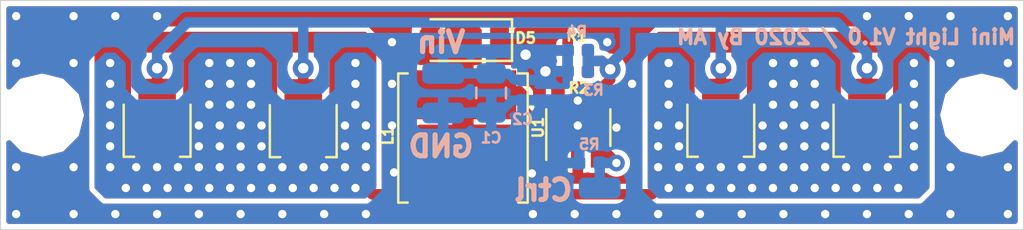
<source format=kicad_pcb>
(kicad_pcb (version 20171130) (host pcbnew 5.1.8)

  (general
    (thickness 1.6)
    (drawings 13)
    (tracks 234)
    (zones 0)
    (modules 19)
    (nets 7)
  )

  (page A4)
  (title_block
    (title MiniLigth)
    (date 2020-06-14)
    (rev V1.0)
    (company "By AM")
  )

  (layers
    (0 F.Cu signal)
    (31 B.Cu signal)
    (32 B.Adhes user)
    (33 F.Adhes user)
    (34 B.Paste user)
    (35 F.Paste user)
    (36 B.SilkS user)
    (37 F.SilkS user)
    (38 B.Mask user)
    (39 F.Mask user)
    (40 Dwgs.User user hide)
    (41 Cmts.User user hide)
    (42 Eco1.User user)
    (43 Eco2.User user hide)
    (44 Edge.Cuts user)
    (45 Margin user hide)
    (46 B.CrtYd user)
    (47 F.CrtYd user)
    (48 B.Fab user hide)
    (49 F.Fab user hide)
  )

  (setup
    (last_trace_width 0.25)
    (user_trace_width 0.45)
    (user_trace_width 0.5)
    (user_trace_width 1)
    (trace_clearance 0.2)
    (zone_clearance 0.254)
    (zone_45_only no)
    (trace_min 0.2)
    (via_size 0.8)
    (via_drill 0.4)
    (via_min_size 0.4)
    (via_min_drill 0.3)
    (user_via 1 0.5)
    (uvia_size 0.3)
    (uvia_drill 0.1)
    (uvias_allowed no)
    (uvia_min_size 0.2)
    (uvia_min_drill 0.1)
    (edge_width 0.05)
    (segment_width 0.2)
    (pcb_text_width 0.3)
    (pcb_text_size 1.5 1.5)
    (mod_edge_width 0.12)
    (mod_text_size 0.5 0.5)
    (mod_text_width 0.125)
    (pad_size 1.1 1.1)
    (pad_drill 0)
    (pad_to_mask_clearance 0.051)
    (solder_mask_min_width 0.25)
    (aux_axis_origin 0 0)
    (visible_elements FFFFFF7F)
    (pcbplotparams
      (layerselection 0x010fc_ffffffff)
      (usegerberextensions false)
      (usegerberattributes false)
      (usegerberadvancedattributes false)
      (creategerberjobfile false)
      (excludeedgelayer true)
      (linewidth 0.100000)
      (plotframeref false)
      (viasonmask false)
      (mode 1)
      (useauxorigin false)
      (hpglpennumber 1)
      (hpglpenspeed 20)
      (hpglpendiameter 15.000000)
      (psnegative false)
      (psa4output false)
      (plotreference true)
      (plotvalue true)
      (plotinvisibletext false)
      (padsonsilk false)
      (subtractmaskfromsilk false)
      (outputformat 1)
      (mirror false)
      (drillshape 1)
      (scaleselection 1)
      (outputdirectory ""))
  )

  (net 0 "")
  (net 1 GND)
  (net 2 Ctrl)
  (net 3 VCC)
  (net 4 "Net-(D5-Pad2)")
  (net 5 "Net-(D1-Pad2)")
  (net 6 "Net-(D1-Pad1)")

  (net_class Default "This is the default net class."
    (clearance 0.2)
    (trace_width 0.25)
    (via_dia 0.8)
    (via_drill 0.4)
    (uvia_dia 0.3)
    (uvia_drill 0.1)
    (add_net Ctrl)
    (add_net GND)
    (add_net "Net-(D1-Pad1)")
    (add_net "Net-(D1-Pad2)")
    (add_net "Net-(D5-Pad2)")
    (add_net VCC)
  )

  (module MountingHole:MountingHole_2.2mm_M2_ISO7380 (layer F.Cu) (tedit 56D1B4CB) (tstamp 5F1DDDF8)
    (at 127.5 100)
    (descr "Mounting Hole 2.2mm, no annular, M2, ISO7380")
    (tags "mounting hole 2.2mm no annular m2 iso7380")
    (path /5F1D89CB)
    (attr virtual)
    (fp_text reference H2 (at 0 -2.75) (layer F.SilkS) hide
      (effects (font (size 1 1) (thickness 0.15)))
    )
    (fp_text value MountingHole (at 0 2.75) (layer F.Fab)
      (effects (font (size 1 1) (thickness 0.15)))
    )
    (fp_circle (center 0 0) (end 2 0) (layer F.CrtYd) (width 0.05))
    (fp_circle (center 0 0) (end 1.75 0) (layer Cmts.User) (width 0.15))
    (fp_text user %R (at 0.3 0) (layer F.Fab)
      (effects (font (size 1 1) (thickness 0.15)))
    )
    (pad 1 np_thru_hole circle (at 0 0) (size 2.2 2.2) (drill 2.2) (layers *.Cu *.Mask))
  )

  (module MountingHole:MountingHole_2.2mm_M2_ISO7380 (layer F.Cu) (tedit 56D1B4CB) (tstamp 5EE63FA9)
    (at 172.5 100)
    (descr "Mounting Hole 2.2mm, no annular, M2, ISO7380")
    (tags "mounting hole 2.2mm no annular m2 iso7380")
    (path /5EDED6A8)
    (attr virtual)
    (fp_text reference H1 (at 0 -2.75) (layer F.SilkS) hide
      (effects (font (size 1 1) (thickness 0.15)))
    )
    (fp_text value MountingHole (at 0 2.75) (layer F.Fab)
      (effects (font (size 1 1) (thickness 0.15)))
    )
    (fp_circle (center 0 0) (end 2 0) (layer F.CrtYd) (width 0.05))
    (fp_circle (center 0 0) (end 1.75 0) (layer Cmts.User) (width 0.15))
    (fp_text user %R (at 0.3 0) (layer F.Fab)
      (effects (font (size 1 1) (thickness 0.15)))
    )
    (pad 1 np_thru_hole circle (at 0 0) (size 2.2 2.2) (drill 2.2) (layers *.Cu *.Mask))
  )

  (module Resistor_SMD:R_0402_1005Metric (layer B.Cu) (tedit 5B301BBD) (tstamp 5F1DF3A7)
    (at 153.7 102.3)
    (descr "Resistor SMD 0402 (1005 Metric), square (rectangular) end terminal, IPC_7351 nominal, (Body size source: http://www.tortai-tech.com/upload/download/2011102023233369053.pdf), generated with kicad-footprint-generator")
    (tags resistor)
    (path /5EE93234)
    (attr smd)
    (fp_text reference R5 (at 0 -0.9 180) (layer B.SilkS)
      (effects (font (size 0.5 0.5) (thickness 0.125)) (justify mirror))
    )
    (fp_text value 220R (at 0 -1.17) (layer B.Fab)
      (effects (font (size 1 1) (thickness 0.15)) (justify mirror))
    )
    (fp_line (start -0.5 -0.25) (end -0.5 0.25) (layer B.Fab) (width 0.1))
    (fp_line (start -0.5 0.25) (end 0.5 0.25) (layer B.Fab) (width 0.1))
    (fp_line (start 0.5 0.25) (end 0.5 -0.25) (layer B.Fab) (width 0.1))
    (fp_line (start 0.5 -0.25) (end -0.5 -0.25) (layer B.Fab) (width 0.1))
    (fp_line (start -0.93 -0.47) (end -0.93 0.47) (layer B.CrtYd) (width 0.05))
    (fp_line (start -0.93 0.47) (end 0.93 0.47) (layer B.CrtYd) (width 0.05))
    (fp_line (start 0.93 0.47) (end 0.93 -0.47) (layer B.CrtYd) (width 0.05))
    (fp_line (start 0.93 -0.47) (end -0.93 -0.47) (layer B.CrtYd) (width 0.05))
    (fp_text user %R (at 0 0) (layer B.Fab)
      (effects (font (size 0.25 0.25) (thickness 0.04)) (justify mirror))
    )
    (pad 2 smd roundrect (at 0.485 0) (size 0.59 0.64) (layers B.Cu B.Paste B.Mask) (roundrect_rratio 0.25)
      (net 2 Ctrl))
    (pad 1 smd roundrect (at -0.485 0) (size 0.59 0.64) (layers B.Cu B.Paste B.Mask) (roundrect_rratio 0.25)
      (net 1 GND))
    (model ${KISYS3DMOD}/Resistor_SMD.3dshapes/R_0402_1005Metric.wrl
      (at (xyz 0 0 0))
      (scale (xyz 1 1 1))
      (rotate (xyz 0 0 0))
    )
  )

  (module mini_light:LED_Cree-JE (layer F.Cu) (tedit 5DA34BA9) (tstamp 5F1DE41E)
    (at 140 100.02 90)
    (descr https://www.cree.com/led-components/media/documents/data-sheet-JSeries-2835-HE.pdf)
    (tags "LED Cree XH")
    (path /5D7739A1)
    (attr smd)
    (fp_text reference D2 (at 0.3 -2.4 90) (layer F.SilkS) hide
      (effects (font (size 0.5 0.5) (thickness 0.125)))
    )
    (fp_text value "JE2835 HE" (at 0.3 2.7 90) (layer F.Fab)
      (effects (font (size 1 1) (thickness 0.15)))
    )
    (fp_line (start 0.55 0.5) (end -0.45 0) (layer F.Fab) (width 0.1))
    (fp_line (start 0.55 -0.5) (end 0.55 0.5) (layer F.Fab) (width 0.1))
    (fp_line (start -0.45 0) (end 0.55 -0.5) (layer F.Fab) (width 0.1))
    (fp_line (start -0.45 -0.5) (end -0.45 0.5) (layer F.Fab) (width 0.1))
    (fp_line (start -0.95 0) (end -0.45 0) (layer F.Fab) (width 0.1))
    (fp_line (start 1.05 0) (end 0.55 0) (layer F.Fab) (width 0.1))
    (fp_line (start -2 1.6) (end 0.5 1.6) (layer F.SilkS) (width 0.12))
    (fp_line (start -2 1.1) (end -2 1.6) (layer F.SilkS) (width 0.12))
    (fp_line (start -2 -1.6) (end -2 -1.1) (layer F.SilkS) (width 0.12))
    (fp_line (start 0.5 -1.6) (end -2 -1.6) (layer F.SilkS) (width 0.12))
    (fp_line (start 2.3 -1.7) (end -2.1 -1.7) (layer F.CrtYd) (width 0.05))
    (fp_line (start 2.3 1.7) (end 2.3 -1.7) (layer F.CrtYd) (width 0.05))
    (fp_line (start -2.1 1.7) (end 2.3 1.7) (layer F.CrtYd) (width 0.05))
    (fp_line (start -2.1 -1.7) (end -2.1 1.7) (layer F.CrtYd) (width 0.05))
    (fp_line (start -1.75 1.4) (end -1.75 -1.4) (layer F.Fab) (width 0.1))
    (fp_line (start 1.75 1.4) (end -1.75 1.4) (layer F.Fab) (width 0.1))
    (fp_line (start 1.75 -1.4) (end 1.75 1.4) (layer F.Fab) (width 0.1))
    (fp_line (start -1.75 -1.4) (end 1.75 -1.4) (layer F.Fab) (width 0.1))
    (fp_text user %R (at 0.3 0 90) (layer F.Fab)
      (effects (font (size 1 1) (thickness 0.15)))
    )
    (pad 2 smd rect (at 1.25 0 90) (size 0.79 1.44) (layers F.Cu F.Paste)
      (net 5 "Net-(D1-Pad2)"))
    (pad 1 smd rect (at -0.73 0 90) (size 1.65 1.44) (layers F.Cu F.Paste)
      (net 6 "Net-(D1-Pad1)"))
    (pad 2 smd rect (at 1.75 0 90) (size 0.6 0.5) (layers F.Cu F.Mask)
      (net 5 "Net-(D1-Pad2)"))
    (pad 2 smd rect (at 1.25 0 90) (size 0.99 1.8) (layers F.Cu F.Mask)
      (net 5 "Net-(D1-Pad2)"))
    (pad 1 smd rect (at -0.73 0 90) (size 2.06 1.8) (layers F.Cu F.Mask)
      (net 6 "Net-(D1-Pad1)"))
    (model ${KIPRJMOD}/packages3d/Cree_J-2835-3D.step
      (offset (xyz 0 0.09 -3.5))
      (scale (xyz 1 1 1))
      (rotate (xyz 0 0 0))
    )
  )

  (module mini_light:LED_Cree-JE (layer F.Cu) (tedit 5DA34BA9) (tstamp 5F1DE0C7)
    (at 133 100 90)
    (descr https://www.cree.com/led-components/media/documents/data-sheet-JSeries-2835-HE.pdf)
    (tags "LED Cree XH")
    (path /5D6494B6)
    (attr smd)
    (fp_text reference D1 (at 0.3 -2.4 90) (layer F.SilkS) hide
      (effects (font (size 0.5 0.5) (thickness 0.125)))
    )
    (fp_text value "JE2835 HE" (at 0.3 2.7 90) (layer F.Fab)
      (effects (font (size 1 1) (thickness 0.15)))
    )
    (fp_line (start 0.55 0.5) (end -0.45 0) (layer F.Fab) (width 0.1))
    (fp_line (start 0.55 -0.5) (end 0.55 0.5) (layer F.Fab) (width 0.1))
    (fp_line (start -0.45 0) (end 0.55 -0.5) (layer F.Fab) (width 0.1))
    (fp_line (start -0.45 -0.5) (end -0.45 0.5) (layer F.Fab) (width 0.1))
    (fp_line (start -0.95 0) (end -0.45 0) (layer F.Fab) (width 0.1))
    (fp_line (start 1.05 0) (end 0.55 0) (layer F.Fab) (width 0.1))
    (fp_line (start -2 1.6) (end 0.5 1.6) (layer F.SilkS) (width 0.12))
    (fp_line (start -2 1.1) (end -2 1.6) (layer F.SilkS) (width 0.12))
    (fp_line (start -2 -1.6) (end -2 -1.1) (layer F.SilkS) (width 0.12))
    (fp_line (start 0.5 -1.6) (end -2 -1.6) (layer F.SilkS) (width 0.12))
    (fp_line (start 2.3 -1.7) (end -2.1 -1.7) (layer F.CrtYd) (width 0.05))
    (fp_line (start 2.3 1.7) (end 2.3 -1.7) (layer F.CrtYd) (width 0.05))
    (fp_line (start -2.1 1.7) (end 2.3 1.7) (layer F.CrtYd) (width 0.05))
    (fp_line (start -2.1 -1.7) (end -2.1 1.7) (layer F.CrtYd) (width 0.05))
    (fp_line (start -1.75 1.4) (end -1.75 -1.4) (layer F.Fab) (width 0.1))
    (fp_line (start 1.75 1.4) (end -1.75 1.4) (layer F.Fab) (width 0.1))
    (fp_line (start 1.75 -1.4) (end 1.75 1.4) (layer F.Fab) (width 0.1))
    (fp_line (start -1.75 -1.4) (end 1.75 -1.4) (layer F.Fab) (width 0.1))
    (fp_text user %R (at 0.3 0 90) (layer F.Fab)
      (effects (font (size 1 1) (thickness 0.15)))
    )
    (pad 2 smd rect (at 1.25 0 90) (size 0.79 1.44) (layers F.Cu F.Paste)
      (net 5 "Net-(D1-Pad2)"))
    (pad 1 smd rect (at -0.73 0 90) (size 1.65 1.44) (layers F.Cu F.Paste)
      (net 6 "Net-(D1-Pad1)"))
    (pad 2 smd rect (at 1.75 0 90) (size 0.6 0.5) (layers F.Cu F.Mask)
      (net 5 "Net-(D1-Pad2)"))
    (pad 2 smd rect (at 1.25 0 90) (size 0.99 1.8) (layers F.Cu F.Mask)
      (net 5 "Net-(D1-Pad2)"))
    (pad 1 smd rect (at -0.73 0 90) (size 2.06 1.8) (layers F.Cu F.Mask)
      (net 6 "Net-(D1-Pad1)"))
    (model ${KIPRJMOD}/packages3d/Cree_J-2835-3D.step
      (offset (xyz 0 0.09 -3.5))
      (scale (xyz 1 1 1))
      (rotate (xyz 0 0 0))
    )
  )

  (module Connector_Wire:SolderWirePad_1x01_SMD_1x2mm (layer B.Cu) (tedit 5DD6EB27) (tstamp 5F1DF51A)
    (at 146.7 99.9 270)
    (descr "Wire Pad, Square, SMD Pad,  5mm x 10mm,")
    (tags "MesurementPoint Square SMDPad 5mmx10mm ")
    (path /5EE5739D)
    (attr virtual)
    (fp_text reference J3 (at 0 1.8 90) (layer B.SilkS) hide
      (effects (font (size 0.5 0.5) (thickness 0.125)) (justify mirror))
    )
    (fp_text value Conn_01x01_Male (at 0 -2.54 90) (layer B.Fab)
      (effects (font (size 1 1) (thickness 0.15)) (justify mirror))
    )
    (fp_line (start -0.63 -1.27) (end -0.63 1.27) (layer B.Fab) (width 0.1))
    (fp_line (start 0.63 -1.27) (end -0.63 -1.27) (layer B.Fab) (width 0.1))
    (fp_line (start 0.63 1.27) (end 0.63 -1.27) (layer B.Fab) (width 0.1))
    (fp_line (start -0.63 1.27) (end 0.63 1.27) (layer B.Fab) (width 0.1))
    (fp_line (start -0.63 1.27) (end -0.63 -1.27) (layer B.CrtYd) (width 0.05))
    (fp_line (start -0.63 -1.27) (end 0.63 -1.27) (layer B.CrtYd) (width 0.05))
    (fp_line (start 0.63 -1.27) (end 0.63 1.27) (layer B.CrtYd) (width 0.05))
    (fp_line (start 0.63 1.27) (end -0.63 1.27) (layer B.CrtYd) (width 0.05))
    (fp_text user %R (at 0 0 90) (layer B.Fab)
      (effects (font (size 1 1) (thickness 0.15)) (justify mirror))
    )
    (pad 1 smd roundrect (at 0 0 270) (size 1 2) (layers B.Cu B.Paste B.Mask) (roundrect_rratio 0.25)
      (net 1 GND))
  )

  (module Connector_Wire:SolderWirePad_1x01_SMD_1x2mm (layer B.Cu) (tedit 5DD6EB27) (tstamp 5F1DF4F3)
    (at 154.2 103.5 270)
    (descr "Wire Pad, Square, SMD Pad,  5mm x 10mm,")
    (tags "MesurementPoint Square SMDPad 5mmx10mm ")
    (path /5EE5705D)
    (attr virtual)
    (fp_text reference J2 (at 0 1.85 180) (layer B.SilkS) hide
      (effects (font (size 0.5 0.5) (thickness 0.125)) (justify mirror))
    )
    (fp_text value Conn_01x01_Male (at 0 -2.54 90) (layer B.Fab)
      (effects (font (size 1 1) (thickness 0.15)) (justify mirror))
    )
    (fp_line (start -0.63 -1.27) (end -0.63 1.27) (layer B.Fab) (width 0.1))
    (fp_line (start 0.63 -1.27) (end -0.63 -1.27) (layer B.Fab) (width 0.1))
    (fp_line (start 0.63 1.27) (end 0.63 -1.27) (layer B.Fab) (width 0.1))
    (fp_line (start -0.63 1.27) (end 0.63 1.27) (layer B.Fab) (width 0.1))
    (fp_line (start -0.63 1.27) (end -0.63 -1.27) (layer B.CrtYd) (width 0.05))
    (fp_line (start -0.63 -1.27) (end 0.63 -1.27) (layer B.CrtYd) (width 0.05))
    (fp_line (start 0.63 -1.27) (end 0.63 1.27) (layer B.CrtYd) (width 0.05))
    (fp_line (start 0.63 1.27) (end -0.63 1.27) (layer B.CrtYd) (width 0.05))
    (fp_text user %R (at 0 0 90) (layer B.Fab)
      (effects (font (size 1 1) (thickness 0.15)) (justify mirror))
    )
    (pad 1 smd roundrect (at 0 0 270) (size 1 2) (layers B.Cu B.Paste B.Mask) (roundrect_rratio 0.25)
      (net 2 Ctrl))
  )

  (module Connector_Wire:SolderWirePad_1x01_SMD_1x2mm (layer B.Cu) (tedit 5DD6EB27) (tstamp 5F1DF400)
    (at 146.7 98 90)
    (descr "Wire Pad, Square, SMD Pad,  5mm x 10mm,")
    (tags "MesurementPoint Square SMDPad 5mmx10mm ")
    (path /5EE56257)
    (attr virtual)
    (fp_text reference J1 (at 0 1.7 90) (layer B.SilkS) hide
      (effects (font (size 0.5 0.5) (thickness 0.125)) (justify mirror))
    )
    (fp_text value Conn_01x01_Male (at 0 -2.54 90) (layer B.Fab)
      (effects (font (size 1 1) (thickness 0.15)) (justify mirror))
    )
    (fp_line (start -0.63 -1.27) (end -0.63 1.27) (layer B.Fab) (width 0.1))
    (fp_line (start 0.63 -1.27) (end -0.63 -1.27) (layer B.Fab) (width 0.1))
    (fp_line (start 0.63 1.27) (end 0.63 -1.27) (layer B.Fab) (width 0.1))
    (fp_line (start -0.63 1.27) (end 0.63 1.27) (layer B.Fab) (width 0.1))
    (fp_line (start -0.63 1.27) (end -0.63 -1.27) (layer B.CrtYd) (width 0.05))
    (fp_line (start -0.63 -1.27) (end 0.63 -1.27) (layer B.CrtYd) (width 0.05))
    (fp_line (start 0.63 -1.27) (end 0.63 1.27) (layer B.CrtYd) (width 0.05))
    (fp_line (start 0.63 1.27) (end -0.63 1.27) (layer B.CrtYd) (width 0.05))
    (fp_text user %R (at 0 0 90) (layer B.Fab)
      (effects (font (size 1 1) (thickness 0.15)) (justify mirror))
    )
    (pad 1 smd roundrect (at 0 0 90) (size 1 2) (layers B.Cu B.Paste B.Mask) (roundrect_rratio 0.25)
      (net 3 VCC))
  )

  (module Package_TO_SOT_SMD:TSOT-23-5 (layer F.Cu) (tedit 5A02FF57) (tstamp 5F1DF42E)
    (at 153.15 100.6 90)
    (descr "5-pin TSOT23 package, http://cds.linear.com/docs/en/packaging/SOT_5_05-08-1635.pdf")
    (tags TSOT-23-5)
    (path /5D6483D2)
    (attr smd)
    (fp_text reference U1 (at 0 -1.9 90) (layer F.SilkS)
      (effects (font (size 0.5 0.5) (thickness 0.125)))
    )
    (fp_text value AL8860WT-7 (at 0 2.5 90) (layer F.Fab)
      (effects (font (size 1 1) (thickness 0.15)))
    )
    (fp_line (start -0.88 1.56) (end 0.88 1.56) (layer F.SilkS) (width 0.12))
    (fp_line (start 0.88 -1.51) (end -1.55 -1.51) (layer F.SilkS) (width 0.12))
    (fp_line (start -0.88 -1) (end -0.43 -1.45) (layer F.Fab) (width 0.1))
    (fp_line (start 0.88 -1.45) (end -0.43 -1.45) (layer F.Fab) (width 0.1))
    (fp_line (start -0.88 -1) (end -0.88 1.45) (layer F.Fab) (width 0.1))
    (fp_line (start 0.88 1.45) (end -0.88 1.45) (layer F.Fab) (width 0.1))
    (fp_line (start 0.88 -1.45) (end 0.88 1.45) (layer F.Fab) (width 0.1))
    (fp_line (start -2.17 -1.7) (end 2.17 -1.7) (layer F.CrtYd) (width 0.05))
    (fp_line (start -2.17 -1.7) (end -2.17 1.7) (layer F.CrtYd) (width 0.05))
    (fp_line (start 2.17 1.7) (end 2.17 -1.7) (layer F.CrtYd) (width 0.05))
    (fp_line (start 2.17 1.7) (end -2.17 1.7) (layer F.CrtYd) (width 0.05))
    (fp_text user %R (at 0 0) (layer F.Fab)
      (effects (font (size 1 1) (thickness 0.15)))
    )
    (pad 5 smd rect (at 1.31 -0.95 90) (size 1.22 0.65) (layers F.Cu F.Paste F.Mask)
      (net 3 VCC))
    (pad 4 smd rect (at 1.31 0.95 90) (size 1.22 0.65) (layers F.Cu F.Paste F.Mask)
      (net 5 "Net-(D1-Pad2)"))
    (pad 3 smd rect (at -1.31 0.95 90) (size 1.22 0.65) (layers F.Cu F.Paste F.Mask)
      (net 2 Ctrl))
    (pad 2 smd rect (at -1.31 0 90) (size 1.22 0.65) (layers F.Cu F.Paste F.Mask)
      (net 1 GND))
    (pad 1 smd rect (at -1.31 -0.95 90) (size 1.22 0.65) (layers F.Cu F.Paste F.Mask)
      (net 4 "Net-(D5-Pad2)"))
    (model ${KISYS3DMOD}/Package_TO_SOT_SMD.3dshapes/TSOT-23-5.wrl
      (at (xyz 0 0 0))
      (scale (xyz 1 1 1))
      (rotate (xyz 0 0 0))
    )
  )

  (module Resistor_SMD:R_0402_1005Metric (layer B.Cu) (tedit 5B301BBD) (tstamp 5F1DF61A)
    (at 153.15 96.9 180)
    (descr "Resistor SMD 0402 (1005 Metric), square (rectangular) end terminal, IPC_7351 nominal, (Body size source: http://www.tortai-tech.com/upload/download/2011102023233369053.pdf), generated with kicad-footprint-generator")
    (tags resistor)
    (path /5EDD7B78)
    (attr smd)
    (fp_text reference R4 (at 0.05 0.9) (layer B.SilkS)
      (effects (font (size 0.5 0.5) (thickness 0.125)) (justify mirror))
    )
    (fp_text value 1R (at 0 -1.17) (layer B.Fab)
      (effects (font (size 1 1) (thickness 0.15)) (justify mirror))
    )
    (fp_line (start -0.5 -0.25) (end -0.5 0.25) (layer B.Fab) (width 0.1))
    (fp_line (start -0.5 0.25) (end 0.5 0.25) (layer B.Fab) (width 0.1))
    (fp_line (start 0.5 0.25) (end 0.5 -0.25) (layer B.Fab) (width 0.1))
    (fp_line (start 0.5 -0.25) (end -0.5 -0.25) (layer B.Fab) (width 0.1))
    (fp_line (start -0.93 -0.47) (end -0.93 0.47) (layer B.CrtYd) (width 0.05))
    (fp_line (start -0.93 0.47) (end 0.93 0.47) (layer B.CrtYd) (width 0.05))
    (fp_line (start 0.93 0.47) (end 0.93 -0.47) (layer B.CrtYd) (width 0.05))
    (fp_line (start 0.93 -0.47) (end -0.93 -0.47) (layer B.CrtYd) (width 0.05))
    (fp_text user %R (at 0 0) (layer B.Fab)
      (effects (font (size 1 1) (thickness 0.15)) (justify mirror))
    )
    (pad 2 smd roundrect (at 0.485 0 180) (size 0.59 0.64) (layers B.Cu B.Paste B.Mask) (roundrect_rratio 0.25)
      (net 3 VCC))
    (pad 1 smd roundrect (at -0.485 0 180) (size 0.59 0.64) (layers B.Cu B.Paste B.Mask) (roundrect_rratio 0.25)
      (net 5 "Net-(D1-Pad2)"))
    (model ${KISYS3DMOD}/Resistor_SMD.3dshapes/R_0402_1005Metric.wrl
      (at (xyz 0 0 0))
      (scale (xyz 1 1 1))
      (rotate (xyz 0 0 0))
    )
  )

  (module Resistor_SMD:R_0402_1005Metric (layer B.Cu) (tedit 5B301BBD) (tstamp 5F1DF4C7)
    (at 153.15 97.9 180)
    (descr "Resistor SMD 0402 (1005 Metric), square (rectangular) end terminal, IPC_7351 nominal, (Body size source: http://www.tortai-tech.com/upload/download/2011102023233369053.pdf), generated with kicad-footprint-generator")
    (tags resistor)
    (path /5EDD76B4)
    (attr smd)
    (fp_text reference R3 (at -0.75 -0.9 180) (layer B.SilkS)
      (effects (font (size 0.5 0.5) (thickness 0.125)) (justify mirror))
    )
    (fp_text value 1R (at 0 -1.17 180) (layer B.Fab)
      (effects (font (size 1 1) (thickness 0.15)) (justify mirror))
    )
    (fp_line (start -0.5 -0.25) (end -0.5 0.25) (layer B.Fab) (width 0.1))
    (fp_line (start -0.5 0.25) (end 0.5 0.25) (layer B.Fab) (width 0.1))
    (fp_line (start 0.5 0.25) (end 0.5 -0.25) (layer B.Fab) (width 0.1))
    (fp_line (start 0.5 -0.25) (end -0.5 -0.25) (layer B.Fab) (width 0.1))
    (fp_line (start -0.93 -0.47) (end -0.93 0.47) (layer B.CrtYd) (width 0.05))
    (fp_line (start -0.93 0.47) (end 0.93 0.47) (layer B.CrtYd) (width 0.05))
    (fp_line (start 0.93 0.47) (end 0.93 -0.47) (layer B.CrtYd) (width 0.05))
    (fp_line (start 0.93 -0.47) (end -0.93 -0.47) (layer B.CrtYd) (width 0.05))
    (fp_text user %R (at 0 0 180) (layer B.Fab)
      (effects (font (size 1 1) (thickness 0.15)) (justify mirror))
    )
    (pad 2 smd roundrect (at 0.485 0 180) (size 0.59 0.64) (layers B.Cu B.Paste B.Mask) (roundrect_rratio 0.25)
      (net 3 VCC))
    (pad 1 smd roundrect (at -0.485 0 180) (size 0.59 0.64) (layers B.Cu B.Paste B.Mask) (roundrect_rratio 0.25)
      (net 5 "Net-(D1-Pad2)"))
    (model ${KISYS3DMOD}/Resistor_SMD.3dshapes/R_0402_1005Metric.wrl
      (at (xyz 0 0 0))
      (scale (xyz 1 1 1))
      (rotate (xyz 0 0 0))
    )
  )

  (module Resistor_SMD:R_0402_1005Metric (layer F.Cu) (tedit 5B301BBD) (tstamp 5F1DF54E)
    (at 153.15 97.9 180)
    (descr "Resistor SMD 0402 (1005 Metric), square (rectangular) end terminal, IPC_7351 nominal, (Body size source: http://www.tortai-tech.com/upload/download/2011102023233369053.pdf), generated with kicad-footprint-generator")
    (tags resistor)
    (path /5EDD730A)
    (attr smd)
    (fp_text reference R2 (at -0.05 -0.8) (layer F.SilkS)
      (effects (font (size 0.5 0.5) (thickness 0.125)))
    )
    (fp_text value 1R (at 0 1.17 180) (layer F.Fab)
      (effects (font (size 1 1) (thickness 0.15)))
    )
    (fp_line (start -0.5 0.25) (end -0.5 -0.25) (layer F.Fab) (width 0.1))
    (fp_line (start -0.5 -0.25) (end 0.5 -0.25) (layer F.Fab) (width 0.1))
    (fp_line (start 0.5 -0.25) (end 0.5 0.25) (layer F.Fab) (width 0.1))
    (fp_line (start 0.5 0.25) (end -0.5 0.25) (layer F.Fab) (width 0.1))
    (fp_line (start -0.93 0.47) (end -0.93 -0.47) (layer F.CrtYd) (width 0.05))
    (fp_line (start -0.93 -0.47) (end 0.93 -0.47) (layer F.CrtYd) (width 0.05))
    (fp_line (start 0.93 -0.47) (end 0.93 0.47) (layer F.CrtYd) (width 0.05))
    (fp_line (start 0.93 0.47) (end -0.93 0.47) (layer F.CrtYd) (width 0.05))
    (fp_text user %R (at 0 0 180) (layer F.Fab)
      (effects (font (size 1 1) (thickness 0.15)))
    )
    (pad 2 smd roundrect (at 0.485 0 180) (size 0.59 0.64) (layers F.Cu F.Paste F.Mask) (roundrect_rratio 0.25)
      (net 3 VCC))
    (pad 1 smd roundrect (at -0.485 0 180) (size 0.59 0.64) (layers F.Cu F.Paste F.Mask) (roundrect_rratio 0.25)
      (net 5 "Net-(D1-Pad2)"))
    (model ${KISYS3DMOD}/Resistor_SMD.3dshapes/R_0402_1005Metric.wrl
      (at (xyz 0 0 0))
      (scale (xyz 1 1 1))
      (rotate (xyz 0 0 0))
    )
  )

  (module Resistor_SMD:R_0402_1005Metric (layer F.Cu) (tedit 5B301BBD) (tstamp 5F1DF37A)
    (at 153.15 96.9 180)
    (descr "Resistor SMD 0402 (1005 Metric), square (rectangular) end terminal, IPC_7351 nominal, (Body size source: http://www.tortai-tech.com/upload/download/2011102023233369053.pdf), generated with kicad-footprint-generator")
    (tags resistor)
    (path /5EAC6396)
    (attr smd)
    (fp_text reference R1 (at 0.05 0.7 180) (layer F.SilkS)
      (effects (font (size 0.5 0.5) (thickness 0.125)))
    )
    (fp_text value 1R (at 0 1.17 180) (layer F.Fab)
      (effects (font (size 1 1) (thickness 0.15)))
    )
    (fp_line (start -0.5 0.25) (end -0.5 -0.25) (layer F.Fab) (width 0.1))
    (fp_line (start -0.5 -0.25) (end 0.5 -0.25) (layer F.Fab) (width 0.1))
    (fp_line (start 0.5 -0.25) (end 0.5 0.25) (layer F.Fab) (width 0.1))
    (fp_line (start 0.5 0.25) (end -0.5 0.25) (layer F.Fab) (width 0.1))
    (fp_line (start -0.93 0.47) (end -0.93 -0.47) (layer F.CrtYd) (width 0.05))
    (fp_line (start -0.93 -0.47) (end 0.93 -0.47) (layer F.CrtYd) (width 0.05))
    (fp_line (start 0.93 -0.47) (end 0.93 0.47) (layer F.CrtYd) (width 0.05))
    (fp_line (start 0.93 0.47) (end -0.93 0.47) (layer F.CrtYd) (width 0.05))
    (fp_text user %R (at 0 0 180) (layer F.Fab)
      (effects (font (size 1 1) (thickness 0.15)))
    )
    (pad 2 smd roundrect (at 0.485 0 180) (size 0.59 0.64) (layers F.Cu F.Paste F.Mask) (roundrect_rratio 0.25)
      (net 3 VCC))
    (pad 1 smd roundrect (at -0.485 0 180) (size 0.59 0.64) (layers F.Cu F.Paste F.Mask) (roundrect_rratio 0.25)
      (net 5 "Net-(D1-Pad2)"))
    (model ${KISYS3DMOD}/Resistor_SMD.3dshapes/R_0402_1005Metric.wrl
      (at (xyz 0 0 0))
      (scale (xyz 1 1 1))
      (rotate (xyz 0 0 0))
    )
  )

  (module Inductor_SMD:L_Bourns_SRN6045TA (layer F.Cu) (tedit 5B61DEEA) (tstamp 5F1DF57E)
    (at 147.65 101.1 90)
    (descr http://www.bourns.com/docs/product-datasheets/srn6045ta.pdf)
    (tags "Semi-shielded Power Inductor")
    (path /5D648CFF)
    (attr smd)
    (fp_text reference L1 (at 0.1 -3.6 90) (layer F.SilkS)
      (effects (font (size 0.5 0.5) (thickness 0.125)))
    )
    (fp_text value 47uH (at 0 4.2 90) (layer F.Fab)
      (effects (font (size 1 1) (thickness 0.15)))
    )
    (fp_line (start -3 -3) (end 3 -3) (layer F.Fab) (width 0.1))
    (fp_line (start -3 -3) (end -3 3) (layer F.Fab) (width 0.1))
    (fp_line (start -3 3) (end 3 3) (layer F.Fab) (width 0.1))
    (fp_line (start 3 3) (end 3 -3) (layer F.Fab) (width 0.1))
    (fp_line (start -3.1 -3.1) (end 3.1 -3.1) (layer F.SilkS) (width 0.12))
    (fp_line (start 3.1 -3.1) (end 3.1 -2.65) (layer F.SilkS) (width 0.12))
    (fp_line (start 3.1 3.1) (end -3.1 3.1) (layer F.SilkS) (width 0.12))
    (fp_line (start 3.1 3.1) (end 3.1 2.65) (layer F.SilkS) (width 0.12))
    (fp_line (start -3.1 3.1) (end -3.1 2.65) (layer F.SilkS) (width 0.12))
    (fp_line (start 3.5 3.25) (end 3.5 -3.25) (layer F.CrtYd) (width 0.05))
    (fp_line (start -3.5 -3.25) (end -3.5 3.25) (layer F.CrtYd) (width 0.05))
    (fp_line (start -3.5 3.25) (end 3.5 3.25) (layer F.CrtYd) (width 0.05))
    (fp_line (start 3.5 -3.25) (end -3.5 -3.25) (layer F.CrtYd) (width 0.05))
    (fp_line (start -3.1 -3.1) (end -3.1 -2.65) (layer F.SilkS) (width 0.12))
    (fp_text user %R (at 0 0) (layer F.Fab)
      (effects (font (size 1 1) (thickness 0.15)))
    )
    (pad 2 smd rect (at 2.075 0 90) (size 2.35 5.1) (layers F.Cu F.Paste F.Mask)
      (net 4 "Net-(D5-Pad2)"))
    (pad 1 smd rect (at -2.075 0 90) (size 2.35 5.1) (layers F.Cu F.Paste F.Mask)
      (net 6 "Net-(D1-Pad1)"))
    (model ${KISYS3DMOD}/Inductor_SMD.3dshapes/L_Bourns_SRN6045TA.wrl
      (at (xyz 0 0 0))
      (scale (xyz 1 1 1))
      (rotate (xyz 0 0 0))
    )
  )

  (module Diode_SMD:D_SOD-123 (layer F.Cu) (tedit 58645DC7) (tstamp 5F1DF47D)
    (at 147.75 96.4 180)
    (descr SOD-123)
    (tags SOD-123)
    (path /5D64C25E)
    (attr smd)
    (fp_text reference D5 (at -2.9 0.1) (layer F.SilkS)
      (effects (font (size 0.5 0.5) (thickness 0.125)))
    )
    (fp_text value PMEG40T10ERX (at 0 2.1) (layer F.Fab)
      (effects (font (size 1 1) (thickness 0.15)))
    )
    (fp_line (start -2.25 -1) (end -2.25 1) (layer F.SilkS) (width 0.12))
    (fp_line (start 0.25 0) (end 0.75 0) (layer F.Fab) (width 0.1))
    (fp_line (start 0.25 0.4) (end -0.35 0) (layer F.Fab) (width 0.1))
    (fp_line (start 0.25 -0.4) (end 0.25 0.4) (layer F.Fab) (width 0.1))
    (fp_line (start -0.35 0) (end 0.25 -0.4) (layer F.Fab) (width 0.1))
    (fp_line (start -0.35 0) (end -0.35 0.55) (layer F.Fab) (width 0.1))
    (fp_line (start -0.35 0) (end -0.35 -0.55) (layer F.Fab) (width 0.1))
    (fp_line (start -0.75 0) (end -0.35 0) (layer F.Fab) (width 0.1))
    (fp_line (start -1.4 0.9) (end -1.4 -0.9) (layer F.Fab) (width 0.1))
    (fp_line (start 1.4 0.9) (end -1.4 0.9) (layer F.Fab) (width 0.1))
    (fp_line (start 1.4 -0.9) (end 1.4 0.9) (layer F.Fab) (width 0.1))
    (fp_line (start -1.4 -0.9) (end 1.4 -0.9) (layer F.Fab) (width 0.1))
    (fp_line (start -2.35 -1.15) (end 2.35 -1.15) (layer F.CrtYd) (width 0.05))
    (fp_line (start 2.35 -1.15) (end 2.35 1.15) (layer F.CrtYd) (width 0.05))
    (fp_line (start 2.35 1.15) (end -2.35 1.15) (layer F.CrtYd) (width 0.05))
    (fp_line (start -2.35 -1.15) (end -2.35 1.15) (layer F.CrtYd) (width 0.05))
    (fp_line (start -2.25 1) (end 1.65 1) (layer F.SilkS) (width 0.12))
    (fp_line (start -2.25 -1) (end 1.65 -1) (layer F.SilkS) (width 0.12))
    (fp_text user %R (at 0 -2) (layer F.Fab)
      (effects (font (size 1 1) (thickness 0.15)))
    )
    (pad 2 smd rect (at 1.65 0 180) (size 0.9 1.2) (layers F.Cu F.Paste F.Mask)
      (net 4 "Net-(D5-Pad2)"))
    (pad 1 smd rect (at -1.65 0 180) (size 0.9 1.2) (layers F.Cu F.Paste F.Mask)
      (net 3 VCC))
    (model ${KISYS3DMOD}/Diode_SMD.3dshapes/D_SOD-123.wrl
      (at (xyz 0 0 0))
      (scale (xyz 1 1 1))
      (rotate (xyz 0 0 0))
    )
  )

  (module mini_light:LED_Cree-JE (layer F.Cu) (tedit 5DA34BA9) (tstamp 5EE63E16)
    (at 167 100 90)
    (descr https://www.cree.com/led-components/media/documents/data-sheet-JSeries-2835-HE.pdf)
    (tags "LED Cree XH")
    (path /5DA5B5DE)
    (attr smd)
    (fp_text reference D4 (at 0.3 -2.4 90) (layer F.SilkS) hide
      (effects (font (size 0.5 0.5) (thickness 0.125)))
    )
    (fp_text value "JE2835 HE" (at 0.3 2.7 90) (layer F.Fab)
      (effects (font (size 1 1) (thickness 0.15)))
    )
    (fp_line (start 0.55 0.5) (end -0.45 0) (layer F.Fab) (width 0.1))
    (fp_line (start 0.55 -0.5) (end 0.55 0.5) (layer F.Fab) (width 0.1))
    (fp_line (start -0.45 0) (end 0.55 -0.5) (layer F.Fab) (width 0.1))
    (fp_line (start -0.45 -0.5) (end -0.45 0.5) (layer F.Fab) (width 0.1))
    (fp_line (start -0.95 0) (end -0.45 0) (layer F.Fab) (width 0.1))
    (fp_line (start 1.05 0) (end 0.55 0) (layer F.Fab) (width 0.1))
    (fp_line (start -2 1.6) (end 0.5 1.6) (layer F.SilkS) (width 0.12))
    (fp_line (start -2 1.1) (end -2 1.6) (layer F.SilkS) (width 0.12))
    (fp_line (start -2 -1.6) (end -2 -1.1) (layer F.SilkS) (width 0.12))
    (fp_line (start 0.5 -1.6) (end -2 -1.6) (layer F.SilkS) (width 0.12))
    (fp_line (start 2.3 -1.7) (end -2.1 -1.7) (layer F.CrtYd) (width 0.05))
    (fp_line (start 2.3 1.7) (end 2.3 -1.7) (layer F.CrtYd) (width 0.05))
    (fp_line (start -2.1 1.7) (end 2.3 1.7) (layer F.CrtYd) (width 0.05))
    (fp_line (start -2.1 -1.7) (end -2.1 1.7) (layer F.CrtYd) (width 0.05))
    (fp_line (start -1.75 1.4) (end -1.75 -1.4) (layer F.Fab) (width 0.1))
    (fp_line (start 1.75 1.4) (end -1.75 1.4) (layer F.Fab) (width 0.1))
    (fp_line (start 1.75 -1.4) (end 1.75 1.4) (layer F.Fab) (width 0.1))
    (fp_line (start -1.75 -1.4) (end 1.75 -1.4) (layer F.Fab) (width 0.1))
    (fp_text user %R (at 0.3 0 90) (layer F.Fab)
      (effects (font (size 1 1) (thickness 0.15)))
    )
    (pad 2 smd rect (at 1.25 0 90) (size 0.79 1.44) (layers F.Cu F.Paste)
      (net 5 "Net-(D1-Pad2)"))
    (pad 1 smd rect (at -0.73 0 90) (size 1.65 1.44) (layers F.Cu F.Paste)
      (net 6 "Net-(D1-Pad1)"))
    (pad 2 smd rect (at 1.75 0 90) (size 0.6 0.5) (layers F.Cu F.Mask)
      (net 5 "Net-(D1-Pad2)"))
    (pad 2 smd rect (at 1.25 0 90) (size 0.99 1.8) (layers F.Cu F.Mask)
      (net 5 "Net-(D1-Pad2)"))
    (pad 1 smd rect (at -0.73 0 90) (size 2.06 1.8) (layers F.Cu F.Mask)
      (net 6 "Net-(D1-Pad1)"))
    (model ${KIPRJMOD}/packages3d/Cree_J-2835-3D.step
      (offset (xyz 0 0.09 -3.5))
      (scale (xyz 1 1 1))
      (rotate (xyz 0 0 0))
    )
  )

  (module mini_light:LED_Cree-JE (layer F.Cu) (tedit 5DA34BA9) (tstamp 5EE63EE5)
    (at 160 100 90)
    (descr https://www.cree.com/led-components/media/documents/data-sheet-JSeries-2835-HE.pdf)
    (tags "LED Cree XH")
    (path /5DA59699)
    (attr smd)
    (fp_text reference D3 (at 0.3 -2.4 90) (layer F.SilkS) hide
      (effects (font (size 0.5 0.5) (thickness 0.125)))
    )
    (fp_text value "JE2835 HE" (at 0.3 2.7 90) (layer F.Fab)
      (effects (font (size 1 1) (thickness 0.15)))
    )
    (fp_line (start 0.55 0.5) (end -0.45 0) (layer F.Fab) (width 0.1))
    (fp_line (start 0.55 -0.5) (end 0.55 0.5) (layer F.Fab) (width 0.1))
    (fp_line (start -0.45 0) (end 0.55 -0.5) (layer F.Fab) (width 0.1))
    (fp_line (start -0.45 -0.5) (end -0.45 0.5) (layer F.Fab) (width 0.1))
    (fp_line (start -0.95 0) (end -0.45 0) (layer F.Fab) (width 0.1))
    (fp_line (start 1.05 0) (end 0.55 0) (layer F.Fab) (width 0.1))
    (fp_line (start -2 1.6) (end 0.5 1.6) (layer F.SilkS) (width 0.12))
    (fp_line (start -2 1.1) (end -2 1.6) (layer F.SilkS) (width 0.12))
    (fp_line (start -2 -1.6) (end -2 -1.1) (layer F.SilkS) (width 0.12))
    (fp_line (start 0.5 -1.6) (end -2 -1.6) (layer F.SilkS) (width 0.12))
    (fp_line (start 2.3 -1.7) (end -2.1 -1.7) (layer F.CrtYd) (width 0.05))
    (fp_line (start 2.3 1.7) (end 2.3 -1.7) (layer F.CrtYd) (width 0.05))
    (fp_line (start -2.1 1.7) (end 2.3 1.7) (layer F.CrtYd) (width 0.05))
    (fp_line (start -2.1 -1.7) (end -2.1 1.7) (layer F.CrtYd) (width 0.05))
    (fp_line (start -1.75 1.4) (end -1.75 -1.4) (layer F.Fab) (width 0.1))
    (fp_line (start 1.75 1.4) (end -1.75 1.4) (layer F.Fab) (width 0.1))
    (fp_line (start 1.75 -1.4) (end 1.75 1.4) (layer F.Fab) (width 0.1))
    (fp_line (start -1.75 -1.4) (end 1.75 -1.4) (layer F.Fab) (width 0.1))
    (fp_text user %R (at 0.3 0 90) (layer F.Fab)
      (effects (font (size 1 1) (thickness 0.15)))
    )
    (pad 2 smd rect (at 1.25 0 90) (size 0.79 1.44) (layers F.Cu F.Paste)
      (net 5 "Net-(D1-Pad2)"))
    (pad 1 smd rect (at -0.73 0 90) (size 1.65 1.44) (layers F.Cu F.Paste)
      (net 6 "Net-(D1-Pad1)"))
    (pad 2 smd rect (at 1.75 0 90) (size 0.6 0.5) (layers F.Cu F.Mask)
      (net 5 "Net-(D1-Pad2)"))
    (pad 2 smd rect (at 1.25 0 90) (size 0.99 1.8) (layers F.Cu F.Mask)
      (net 5 "Net-(D1-Pad2)"))
    (pad 1 smd rect (at -0.73 0 90) (size 2.06 1.8) (layers F.Cu F.Mask)
      (net 6 "Net-(D1-Pad1)"))
    (model ${KIPRJMOD}/packages3d/Cree_J-2835-3D.step
      (offset (xyz 0 0.09 -3.5))
      (scale (xyz 1 1 1))
      (rotate (xyz 0 0 0))
    )
  )

  (module Capacitor_SMD:C_0402_1005Metric (layer B.Cu) (tedit 5B301BBE) (tstamp 5F1DF347)
    (at 150.5 98.8 270)
    (descr "Capacitor SMD 0402 (1005 Metric), square (rectangular) end terminal, IPC_7351 nominal, (Body size source: http://www.tortai-tech.com/upload/download/2011102023233369053.pdf), generated with kicad-footprint-generator")
    (tags capacitor)
    (path /5D7D6AB4)
    (attr smd)
    (fp_text reference C2 (at 1.4 0) (layer B.SilkS)
      (effects (font (size 0.5 0.5) (thickness 0.125)) (justify mirror))
    )
    (fp_text value 100nF (at 0 -1.17 270) (layer B.Fab)
      (effects (font (size 1 1) (thickness 0.15)) (justify mirror))
    )
    (fp_line (start -0.5 -0.25) (end -0.5 0.25) (layer B.Fab) (width 0.1))
    (fp_line (start -0.5 0.25) (end 0.5 0.25) (layer B.Fab) (width 0.1))
    (fp_line (start 0.5 0.25) (end 0.5 -0.25) (layer B.Fab) (width 0.1))
    (fp_line (start 0.5 -0.25) (end -0.5 -0.25) (layer B.Fab) (width 0.1))
    (fp_line (start -0.93 -0.47) (end -0.93 0.47) (layer B.CrtYd) (width 0.05))
    (fp_line (start -0.93 0.47) (end 0.93 0.47) (layer B.CrtYd) (width 0.05))
    (fp_line (start 0.93 0.47) (end 0.93 -0.47) (layer B.CrtYd) (width 0.05))
    (fp_line (start 0.93 -0.47) (end -0.93 -0.47) (layer B.CrtYd) (width 0.05))
    (fp_text user %R (at 0 0 270) (layer B.Fab)
      (effects (font (size 1 1) (thickness 0.15)) (justify mirror))
    )
    (pad 2 smd roundrect (at 0.485 0 270) (size 0.59 0.64) (layers B.Cu B.Paste B.Mask) (roundrect_rratio 0.25)
      (net 1 GND))
    (pad 1 smd roundrect (at -0.485 0 270) (size 0.59 0.64) (layers B.Cu B.Paste B.Mask) (roundrect_rratio 0.25)
      (net 3 VCC))
    (model ${KISYS3DMOD}/Capacitor_SMD.3dshapes/C_0402_1005Metric.wrl
      (at (xyz 0 0 0))
      (scale (xyz 1 1 1))
      (rotate (xyz 0 0 0))
    )
  )

  (module Capacitor_SMD:C_0805_2012Metric (layer B.Cu) (tedit 5B36C52B) (tstamp 5F1DF5B9)
    (at 149 98.9375 270)
    (descr "Capacitor SMD 0805 (2012 Metric), square (rectangular) end terminal, IPC_7351 nominal, (Body size source: https://docs.google.com/spreadsheets/d/1BsfQQcO9C6DZCsRaXUlFlo91Tg2WpOkGARC1WS5S8t0/edit?usp=sharing), generated with kicad-footprint-generator")
    (tags capacitor)
    (path /5D7D6AAE)
    (attr smd)
    (fp_text reference C1 (at 2.15 0) (layer B.SilkS)
      (effects (font (size 0.5 0.5) (thickness 0.125)) (justify mirror))
    )
    (fp_text value 10uF (at 0 -1.65 270) (layer B.Fab)
      (effects (font (size 1 1) (thickness 0.15)) (justify mirror))
    )
    (fp_line (start -1 -0.6) (end -1 0.6) (layer B.Fab) (width 0.1))
    (fp_line (start -1 0.6) (end 1 0.6) (layer B.Fab) (width 0.1))
    (fp_line (start 1 0.6) (end 1 -0.6) (layer B.Fab) (width 0.1))
    (fp_line (start 1 -0.6) (end -1 -0.6) (layer B.Fab) (width 0.1))
    (fp_line (start -0.258578 0.71) (end 0.258578 0.71) (layer B.SilkS) (width 0.12))
    (fp_line (start -0.258578 -0.71) (end 0.258578 -0.71) (layer B.SilkS) (width 0.12))
    (fp_line (start -1.68 -0.95) (end -1.68 0.95) (layer B.CrtYd) (width 0.05))
    (fp_line (start -1.68 0.95) (end 1.68 0.95) (layer B.CrtYd) (width 0.05))
    (fp_line (start 1.68 0.95) (end 1.68 -0.95) (layer B.CrtYd) (width 0.05))
    (fp_line (start 1.68 -0.95) (end -1.68 -0.95) (layer B.CrtYd) (width 0.05))
    (fp_text user %R (at 0 0 270) (layer B.Fab)
      (effects (font (size 1 1) (thickness 0.15)) (justify mirror))
    )
    (pad 2 smd roundrect (at 0.9375 0 270) (size 0.975 1.4) (layers B.Cu B.Paste B.Mask) (roundrect_rratio 0.25)
      (net 1 GND))
    (pad 1 smd roundrect (at -0.9375 0 270) (size 0.975 1.4) (layers B.Cu B.Paste B.Mask) (roundrect_rratio 0.25)
      (net 3 VCC))
    (model ${KISYS3DMOD}/Capacitor_SMD.3dshapes/C_0805_2012Metric.wrl
      (at (xyz 0 0 0))
      (scale (xyz 1 1 1))
      (rotate (xyz 0 0 0))
    )
  )

  (gr_poly (pts (xy 169.5 97) (xy 170 97.5) (xy 170 103.5) (xy 169.5 104) (xy 157 104) (xy 156.5 103.5) (xy 156.5 97.5) (xy 157 97) (xy 158 97) (xy 158.5 97.5) (xy 158.5 98.75) (xy 159 99.25) (xy 161 99.25) (xy 161.5 98.75) (xy 161.5 97.5) (xy 162 97) (xy 165 97) (xy 165.5 97.5) (xy 165.5 98.75) (xy 166 99.25) (xy 168 99.25) (xy 168.5 98.75) (xy 168.5 97.5) (xy 169 97)) (layer B.Mask) (width 0.1) (tstamp 5F1DFE65))
  (gr_poly (pts (xy 143 97) (xy 143.5 97.5) (xy 143.5 103.5) (xy 143 104) (xy 130.5 104) (xy 130 103.5) (xy 130 97.5) (xy 130.5 97) (xy 131 97) (xy 131.5 97.5) (xy 131.5 98.75) (xy 132 99.25) (xy 134 99.25) (xy 134.5 98.75) (xy 134.5 97.5) (xy 135 97) (xy 138 97) (xy 138.5 97.5) (xy 138.5 98.75) (xy 139 99.25) (xy 141 99.25) (xy 141.5 98.75) (xy 141.5 97.5) (xy 142 97)) (layer B.Mask) (width 0.1) (tstamp 5F1DFDBF))
  (gr_poly (pts (xy 143 96) (xy 143.5 96.5) (xy 143.5 103.5) (xy 143 104) (xy 130.5 104) (xy 130 103.5) (xy 130 96.5) (xy 130.5 96)) (layer F.Mask) (width 0.1) (tstamp 5F1DFD86))
  (gr_text "Mini Light V1.0 / 2020 By AM" (at 166 96.25) (layer B.SilkS) (tstamp 5EE63D1B)
    (effects (font (size 0.7 0.7) (thickness 0.175)) (justify mirror))
  )
  (gr_text Ctrl (at 151.5 103.6) (layer B.SilkS) (tstamp 5F1DF5DD)
    (effects (font (size 1 1) (thickness 0.25)) (justify mirror))
  )
  (gr_text GND (at 146.6 101.5) (layer B.SilkS) (tstamp 5F1DF331)
    (effects (font (size 1 1) (thickness 0.25)) (justify mirror))
  )
  (gr_text Vin (at 146.6 96.5) (layer B.SilkS) (tstamp 5F1DF5A7)
    (effects (font (size 1 1) (thickness 0.25)) (justify mirror))
  )
  (gr_poly (pts (xy 169.5 96) (xy 170 96.5) (xy 170 103.5) (xy 169.5 104) (xy 157 104) (xy 156.5 103.5) (xy 156.5 96.5) (xy 157 96)) (layer F.Mask) (width 0.1) (tstamp 5EE641CE))
  (gr_poly (pts (xy 49.84 2.32) (xy 46.52 5.4) (xy 40.5 2.64) (xy 49.68 -1.56)) (layer Dwgs.User) (width 0.1))
  (gr_line (start 174.5 94.5) (end 125.5 94.5) (layer Edge.Cuts) (width 0.05) (tstamp 5EE64237))
  (gr_line (start 174.5 105.5) (end 174.5 94.5) (layer Edge.Cuts) (width 0.05) (tstamp 5EE64255))
  (gr_line (start 125.5 105.5) (end 174.5 105.5) (layer Edge.Cuts) (width 0.05) (tstamp 5EE63F22))
  (gr_line (start 125.5 94.5) (end 125.5 105.5) (layer Edge.Cuts) (width 0.05) (tstamp 5EE64072))

  (via (at 153 104.75) (size 0.8) (drill 0.4) (layers F.Cu B.Cu) (net 1) (tstamp 5F1DE32C))
  (via (at 155 104.75) (size 0.8) (drill 0.4) (layers F.Cu B.Cu) (net 1) (tstamp 5EE63D8D))
  (via (at 157 104.75) (size 0.8) (drill 0.4) (layers F.Cu B.Cu) (net 1) (tstamp 5EE63D8A))
  (via (at 159 104.75) (size 0.8) (drill 0.4) (layers F.Cu B.Cu) (net 1) (tstamp 5EE63CF1))
  (via (at 161 104.75) (size 0.8) (drill 0.4) (layers F.Cu B.Cu) (net 1) (tstamp 5EE63C3D))
  (via (at 163 104.75) (size 0.8) (drill 0.4) (layers F.Cu B.Cu) (net 1) (tstamp 5EE63D75))
  (via (at 165 104.75) (size 0.8) (drill 0.4) (layers F.Cu B.Cu) (net 1) (tstamp 5EE63D3C))
  (via (at 167 104.75) (size 0.8) (drill 0.4) (layers F.Cu B.Cu) (net 1) (tstamp 5EE63C52))
  (via (at 169 104.75) (size 0.8) (drill 0.4) (layers F.Cu B.Cu) (net 1) (tstamp 5EE63C4F))
  (via (at 171 104.75) (size 0.8) (drill 0.4) (layers F.Cu B.Cu) (net 1) (tstamp 5EE63C4C))
  (via (at 129 104.75) (size 0.8) (drill 0.4) (layers F.Cu B.Cu) (net 1) (tstamp 5F1DE455))
  (via (at 131 104.75) (size 0.8) (drill 0.4) (layers F.Cu B.Cu) (net 1) (tstamp 5F1DE1E2))
  (via (at 137 104.75) (size 0.8) (drill 0.4) (layers F.Cu B.Cu) (net 1) (tstamp 5F1DE1B2))
  (via (at 139 104.75) (size 0.8) (drill 0.4) (layers F.Cu B.Cu) (net 1) (tstamp 5F1DE51B))
  (via (at 133 104.75) (size 0.8) (drill 0.4) (layers F.Cu B.Cu) (net 1) (tstamp 5F1DE50C))
  (via (at 141 104.75) (size 0.8) (drill 0.4) (layers F.Cu B.Cu) (net 1) (tstamp 5F1DE2B7))
  (via (at 143 104.75) (size 0.8) (drill 0.4) (layers F.Cu B.Cu) (net 1) (tstamp 5F1DE1FD))
  (via (at 135 104.75) (size 0.8) (drill 0.4) (layers F.Cu B.Cu) (net 1) (tstamp 5F1DE527))
  (via (at 153.15 100.5) (size 0.8) (drill 0.4) (layers F.Cu B.Cu) (net 1) (tstamp 5F1DF60A))
  (via (at 150.95 102.8) (size 0.8) (drill 0.4) (layers F.Cu B.Cu) (net 1) (tstamp 5F1DF45A))
  (via (at 154.56 96.5) (size 0.8) (drill 0.4) (layers F.Cu B.Cu) (net 1) (tstamp 5F1DF364))
  (via (at 153.15 99.3) (size 0.8) (drill 0.4) (layers F.Cu B.Cu) (net 1) (tstamp 5F1DF3CA))
  (via (at 155 100.6) (size 0.8) (drill 0.4) (layers F.Cu B.Cu) (net 1) (tstamp 5F1DF457))
  (via (at 144.35 102.75) (size 0.8) (drill 0.4) (layers F.Cu B.Cu) (net 1) (tstamp 5F1DF463))
  (segment (start 149 99.875) (end 149.425 99.875) (width 0.45) (layer B.Cu) (net 1) (tstamp 5F1DF3D9))
  (segment (start 150.015 99.285) (end 150.5 99.285) (width 0.45) (layer B.Cu) (net 1) (tstamp 5F1DF3DF))
  (segment (start 149.425 99.875) (end 150.015 99.285) (width 0.45) (layer B.Cu) (net 1) (tstamp 5F1DF3DC))
  (via (at 155.75 98.5) (size 0.8) (drill 0.4) (layers F.Cu B.Cu) (net 1))
  (via (at 173.75 104.75) (size 0.8) (drill 0.4) (layers F.Cu B.Cu) (net 1))
  (via (at 173.75 95.25) (size 0.8) (drill 0.4) (layers F.Cu B.Cu) (net 1))
  (via (at 126.25 95.25) (size 0.8) (drill 0.4) (layers F.Cu B.Cu) (net 1))
  (via (at 126.25 104.75) (size 0.8) (drill 0.4) (layers F.Cu B.Cu) (net 1))
  (via (at 129 95.25) (size 0.8) (drill 0.4) (layers F.Cu B.Cu) (net 1))
  (via (at 131 95.25) (size 0.8) (drill 0.4) (layers F.Cu B.Cu) (net 1))
  (via (at 133 95.25) (size 0.8) (drill 0.4) (layers F.Cu B.Cu) (net 1))
  (via (at 171 95.25) (size 0.8) (drill 0.4) (layers F.Cu B.Cu) (net 1))
  (via (at 169 95.25) (size 0.8) (drill 0.4) (layers F.Cu B.Cu) (net 1))
  (via (at 167 95.25) (size 0.8) (drill 0.4) (layers F.Cu B.Cu) (net 1))
  (via (at 171 102.5) (size 0.8) (drill 0.4) (layers F.Cu B.Cu) (net 1))
  (via (at 173.75 102.5) (size 0.8) (drill 0.4) (layers F.Cu B.Cu) (net 1))
  (via (at 171 97.5) (size 0.8) (drill 0.4) (layers F.Cu B.Cu) (net 1))
  (via (at 173.75 97.5) (size 0.8) (drill 0.4) (layers F.Cu B.Cu) (net 1))
  (via (at 129 102.5) (size 0.8) (drill 0.4) (layers F.Cu B.Cu) (net 1))
  (via (at 126.25 102.5) (size 0.8) (drill 0.4) (layers F.Cu B.Cu) (net 1))
  (via (at 126.25 97.5) (size 0.8) (drill 0.4) (layers F.Cu B.Cu) (net 1))
  (via (at 129 97.5) (size 0.8) (drill 0.4) (layers F.Cu B.Cu) (net 1))
  (via (at 144.25 96.5) (size 0.8) (drill 0.4) (layers F.Cu B.Cu) (net 1))
  (via (at 144.25 98.5) (size 0.8) (drill 0.4) (layers F.Cu B.Cu) (net 1))
  (via (at 144.25 100.5) (size 0.8) (drill 0.4) (layers F.Cu B.Cu) (net 1))
  (via (at 151 104.75) (size 0.8) (drill 0.4) (layers F.Cu B.Cu) (net 1))
  (via (at 155.000012 102.299996) (size 0.8) (drill 0.4) (layers F.Cu B.Cu) (net 2) (tstamp 5F1DF334))
  (segment (start 154.2 102.315) (end 154.185 102.3) (width 0.5) (layer B.Cu) (net 2) (tstamp 5F1DF637))
  (segment (start 154.2 103.5) (end 154.2 102.315) (width 0.5) (layer B.Cu) (net 2) (tstamp 5F1DF36A))
  (segment (start 154.1 101.91) (end 154.610016 101.91) (width 0.5) (layer F.Cu) (net 2) (tstamp 5F1DF5F8))
  (segment (start 154.610016 101.91) (end 155.000012 102.299996) (width 0.5) (layer F.Cu) (net 2) (tstamp 5F1DF601))
  (segment (start 154.185 102.3) (end 155.000008 102.3) (width 0.5) (layer B.Cu) (net 2) (tstamp 5F1DF5DA))
  (segment (start 155.000008 102.3) (end 155.000012 102.299996) (width 0.5) (layer B.Cu) (net 2) (tstamp 5F1DF604))
  (via (at 150.65 97.1) (size 1) (drill 0.5) (layers F.Cu B.Cu) (net 3) (tstamp 5F1DF367))
  (segment (start 152.665 96.9) (end 152.665 97.9) (width 0.5) (layer F.Cu) (net 3) (tstamp 5F1DF4AE))
  (via (at 151.6 97.9) (size 1) (drill 0.5) (layers F.Cu B.Cu) (net 3) (tstamp 5F1DF5EF))
  (segment (start 152.665 96.9) (end 152.665 97.9) (width 0.5) (layer B.Cu) (net 3) (tstamp 5F1DF5EC))
  (segment (start 152.665 97.9) (end 151.6 97.9) (width 0.5) (layer B.Cu) (net 3) (tstamp 5F1DF5E6))
  (segment (start 150.85 96.9) (end 150.65 97.1) (width 0.5) (layer B.Cu) (net 3) (tstamp 5F1DF337))
  (segment (start 152.665 96.9) (end 150.85 96.9) (width 0.5) (layer B.Cu) (net 3) (tstamp 5F1DF45D))
  (segment (start 150.85 96.9) (end 150.65 97.1) (width 0.5) (layer F.Cu) (net 3) (tstamp 5F1DF4B7))
  (segment (start 152.665 96.9) (end 150.85 96.9) (width 0.5) (layer F.Cu) (net 3) (tstamp 5F1DF4B4))
  (segment (start 152.665 97.9) (end 151.6 97.9) (width 0.5) (layer F.Cu) (net 3) (tstamp 5F1DF53E))
  (segment (start 152.665 97.9) (end 152.2 98.365) (width 0.5) (layer F.Cu) (net 3) (tstamp 5F1DF53B))
  (segment (start 152.2 98.365) (end 152.2 99.29) (width 0.5) (layer F.Cu) (net 3) (tstamp 5F1DF538))
  (segment (start 146.35 98) (end 148 98) (width 0.5) (layer B.Cu) (net 3) (tstamp 5F1DF3C7))
  (segment (start 148 98) (end 148.6 98) (width 0.5) (layer B.Cu) (net 3) (tstamp 5F1DF3C4))
  (segment (start 150.5 98.315) (end 150.115 98.315) (width 0.45) (layer B.Cu) (net 3) (tstamp 5F1DF5E3))
  (segment (start 149.8 98) (end 149 98) (width 0.45) (layer B.Cu) (net 3) (tstamp 5F1DF5E0))
  (segment (start 150.115 98.315) (end 149.8 98) (width 0.45) (layer B.Cu) (net 3) (tstamp 5F1DF397))
  (segment (start 160 98.75) (end 160 98) (width 0.5) (layer F.Cu) (net 5) (tstamp 5EE6421F))
  (segment (start 167 98.75) (end 167 98) (width 0.5) (layer F.Cu) (net 5) (tstamp 5EE63DB7))
  (via (at 160 97.75) (size 1) (drill 0.5) (layers F.Cu B.Cu) (net 5) (tstamp 5EE63C79))
  (segment (start 160 98.25) (end 160 97.75) (width 0.5) (layer F.Cu) (net 5) (tstamp 5EE63BE0))
  (segment (start 160.05 95.55) (end 160 95.6) (width 0.5) (layer B.Cu) (net 5) (tstamp 5EE63C7C))
  (segment (start 160 95.6) (end 160 97.75) (width 0.5) (layer B.Cu) (net 5) (tstamp 5EE63C6A))
  (segment (start 167 98.25) (end 167 97.75) (width 0.5) (layer F.Cu) (net 5) (tstamp 5EE63CD0))
  (via (at 167 97.75) (size 1) (drill 0.5) (layers F.Cu B.Cu) (net 5) (tstamp 5EE641C5))
  (segment (start 167 97) (end 167 97.75) (width 0.5) (layer B.Cu) (net 5) (tstamp 5EE63CDC))
  (segment (start 165.55 95.55) (end 167 97) (width 0.5) (layer B.Cu) (net 5) (tstamp 5EE63D33))
  (segment (start 160.05 95.55) (end 165.55 95.55) (width 0.5) (layer B.Cu) (net 5) (tstamp 5EE63CD6))
  (via (at 140 97.75) (size 1) (drill 0.5) (layers F.Cu B.Cu) (net 5) (tstamp 5F1DE224))
  (segment (start 140 98.75) (end 140 98) (width 0.5) (layer F.Cu) (net 5) (tstamp 5F1DE2C3))
  (segment (start 133 98.75) (end 133 98) (width 0.5) (layer F.Cu) (net 5) (tstamp 5F1DE221))
  (via (at 133 97.75) (size 1) (drill 0.5) (layers F.Cu B.Cu) (net 5) (tstamp 5F1DE0A1))
  (segment (start 140 98.25) (end 140 97.75) (width 0.5) (layer F.Cu) (net 5) (tstamp 5F1DE09E))
  (segment (start 133 98.25) (end 133 97.75) (width 0.5) (layer F.Cu) (net 5) (tstamp 5F1DE2C0))
  (segment (start 140 95.6) (end 140.05 95.55) (width 0.5) (layer B.Cu) (net 5) (tstamp 5F1DE101))
  (segment (start 140 97.75) (end 140 95.6) (width 0.5) (layer B.Cu) (net 5) (tstamp 5F1DE1D6))
  (segment (start 133 97) (end 133 97.75) (width 0.5) (layer B.Cu) (net 5) (tstamp 5F1DE36E))
  (segment (start 134.45 95.55) (end 133 97) (width 0.5) (layer B.Cu) (net 5) (tstamp 5F1DE36B))
  (segment (start 140.05 95.55) (end 134.45 95.55) (width 0.5) (layer B.Cu) (net 5) (tstamp 5F1DE509))
  (via (at 154.7 97.8) (size 1) (drill 0.5) (layers F.Cu B.Cu) (net 5) (tstamp 5F1DF5E9))
  (segment (start 153.635 97.435) (end 153.635 97.9) (width 0.5) (layer B.Cu) (net 5) (tstamp 5F1DF460))
  (segment (start 153.635 96.9) (end 153.635 97.435) (width 0.5) (layer B.Cu) (net 5) (tstamp 5F1DF32B))
  (segment (start 154.7 97.8) (end 154.3 97.4) (width 0.5) (layer F.Cu) (net 5) (tstamp 5F1DF4B1))
  (segment (start 153.7 97.4) (end 153.635 97.335) (width 0.5) (layer F.Cu) (net 5) (tstamp 5F1DF3D0))
  (segment (start 154.3 97.4) (end 153.7 97.4) (width 0.5) (layer F.Cu) (net 5) (tstamp 5F1DF3CD))
  (segment (start 153.635 97.335) (end 153.635 96.9) (width 0.5) (layer F.Cu) (net 5) (tstamp 5F1DF3D6))
  (segment (start 153.635 97.9) (end 153.635 97.335) (width 0.5) (layer F.Cu) (net 5) (tstamp 5F1DF535))
  (segment (start 154.1 98.9) (end 154.1 99.29) (width 0.5) (layer F.Cu) (net 5) (tstamp 5F1DF32E))
  (segment (start 154.7 98.3) (end 154.1 98.9) (width 0.5) (layer F.Cu) (net 5) (tstamp 5F1DF5F5))
  (segment (start 154.7 97.8) (end 154.7 98.3) (width 0.5) (layer F.Cu) (net 5) (tstamp 5F1DF5F2))
  (segment (start 153.665 97.435) (end 153.635 97.435) (width 0.5) (layer B.Cu) (net 5) (tstamp 5F1DF3D3))
  (segment (start 153.7 97.4) (end 153.665 97.435) (width 0.5) (layer B.Cu) (net 5) (tstamp 5F1DF5FE))
  (segment (start 154.3 97.4) (end 153.7 97.4) (width 0.5) (layer B.Cu) (net 5) (tstamp 5F1DF5FB))
  (segment (start 154.7 97.8) (end 154.3 97.4) (width 0.5) (layer B.Cu) (net 5) (tstamp 5F1DF3F1))
  (segment (start 160.05 95.55) (end 155.55 95.55) (width 0.5) (layer B.Cu) (net 5))
  (segment (start 144.491998 95.55) (end 140.05 95.55) (width 0.5) (layer B.Cu) (net 5))
  (segment (start 155.55 95.55) (end 144.491998 95.55) (width 0.5) (layer B.Cu) (net 5))
  (segment (start 155.41 95.69) (end 155.55 95.55) (width 0.5) (layer B.Cu) (net 5))
  (segment (start 155.41 96.86) (end 155.41 95.69) (width 0.5) (layer B.Cu) (net 5))
  (segment (start 154.7 97.57) (end 155.41 96.86) (width 0.5) (layer B.Cu) (net 5))
  (segment (start 154.7 97.8) (end 154.7 97.57) (width 0.5) (layer B.Cu) (net 5))
  (segment (start 148.175 103.7) (end 147.65 103.175) (width 0.5) (layer F.Cu) (net 6) (tstamp 5F1DF3EE))
  (via (at 159.5 103.5) (size 0.8) (drill 0.4) (layers F.Cu B.Cu) (net 6) (tstamp 5EE64150))
  (via (at 162 102.5) (size 0.8) (drill 0.4) (layers F.Cu B.Cu) (net 6) (tstamp 5EE64219))
  (via (at 163 101.5) (size 0.8) (drill 0.4) (layers F.Cu B.Cu) (net 6) (tstamp 5EE64216))
  (via (at 161.5 103.5) (size 0.8) (drill 0.4) (layers F.Cu B.Cu) (net 6) (tstamp 5EE64063))
  (via (at 158.5 103.5) (size 0.8) (drill 0.4) (layers F.Cu B.Cu) (net 6) (tstamp 5EE64069))
  (via (at 159 102.5) (size 0.8) (drill 0.4) (layers F.Cu B.Cu) (net 6) (tstamp 5EE63DBD))
  (via (at 158 102.5) (size 0.8) (drill 0.4) (layers F.Cu B.Cu) (net 6) (tstamp 5EE63E8C))
  (via (at 160 102.5) (size 0.8) (drill 0.4) (layers F.Cu B.Cu) (net 6) (tstamp 5EE63E89))
  (via (at 160.5 103.5) (size 0.8) (drill 0.4) (layers F.Cu B.Cu) (net 6) (tstamp 5EE64234))
  (via (at 158 101.5) (size 0.8) (drill 0.4) (layers F.Cu B.Cu) (net 6) (tstamp 5EE64231))
  (via (at 161 102.5) (size 0.8) (drill 0.4) (layers F.Cu B.Cu) (net 6) (tstamp 5EE6422E))
  (via (at 163 100.5) (size 0.8) (drill 0.4) (layers F.Cu B.Cu) (net 6) (tstamp 5EE641D7))
  (via (at 162 101.5) (size 0.8) (drill 0.4) (layers F.Cu B.Cu) (net 6) (tstamp 5EE64066))
  (via (at 162 100.5) (size 0.8) (drill 0.4) (layers F.Cu B.Cu) (net 6) (tstamp 5EE641DA))
  (via (at 164 101.5) (size 0.8) (drill 0.4) (layers F.Cu B.Cu) (net 6) (tstamp 5EE641B0))
  (via (at 167.5 103.5) (size 0.8) (drill 0.4) (layers F.Cu B.Cu) (net 6) (tstamp 5EE63DBA))
  (via (at 165 101.5) (size 0.8) (drill 0.4) (layers F.Cu B.Cu) (net 6) (tstamp 5EE63BDD))
  (via (at 168 102.5) (size 0.8) (drill 0.4) (layers F.Cu B.Cu) (net 6) (tstamp 5EE64060))
  (via (at 169.25 102.5) (size 0.8) (drill 0.4) (layers F.Cu B.Cu) (net 6) (tstamp 5EE64249))
  (via (at 169.25 100.5) (size 0.8) (drill 0.4) (layers F.Cu B.Cu) (net 6) (tstamp 5EE63CDF))
  (via (at 166.5 103.5) (size 0.8) (drill 0.4) (layers F.Cu B.Cu) (net 6) (tstamp 5EE64243))
  (via (at 165.5 103.5) (size 0.8) (drill 0.4) (layers F.Cu B.Cu) (net 6) (tstamp 5EE63BE6))
  (via (at 164 100.5) (size 0.8) (drill 0.4) (layers F.Cu B.Cu) (net 6) (tstamp 5EE63FC7))
  (via (at 169.25 101.5) (size 0.8) (drill 0.4) (layers F.Cu B.Cu) (net 6) (tstamp 5EE63FBE))
  (via (at 168.5 103.5) (size 0.8) (drill 0.4) (layers F.Cu B.Cu) (net 6) (tstamp 5EE641AA))
  (via (at 165 100.5) (size 0.8) (drill 0.4) (layers F.Cu B.Cu) (net 6) (tstamp 5EE6422B))
  (via (at 165 102.5) (size 0.8) (drill 0.4) (layers F.Cu B.Cu) (net 6) (tstamp 5EE641B6))
  (via (at 167 102.5) (size 0.8) (drill 0.4) (layers F.Cu B.Cu) (net 6) (tstamp 5EE63D6C))
  (via (at 166 102.5) (size 0.8) (drill 0.4) (layers F.Cu B.Cu) (net 6) (tstamp 5EE63C01))
  (via (at 163 102.5) (size 0.8) (drill 0.4) (layers F.Cu B.Cu) (net 6) (tstamp 5EE63D96))
  (via (at 164 102.5) (size 0.8) (drill 0.4) (layers F.Cu B.Cu) (net 6) (tstamp 5EE63DAB))
  (via (at 164.5 99.5) (size 0.8) (drill 0.4) (layers F.Cu B.Cu) (net 6) (tstamp 5EE63F4C))
  (via (at 164.5 98.5) (size 0.8) (drill 0.4) (layers F.Cu B.Cu) (net 6) (tstamp 5EE63D5D))
  (via (at 164.5 97.5) (size 0.8) (drill 0.4) (layers F.Cu B.Cu) (net 6) (tstamp 5EE641B9))
  (via (at 163.5 97.5) (size 0.8) (drill 0.4) (layers F.Cu B.Cu) (net 6) (tstamp 5EE63D27))
  (via (at 163.5 98.5) (size 0.8) (drill 0.4) (layers F.Cu B.Cu) (net 6) (tstamp 5EE63C67))
  (via (at 163.5 99.5) (size 0.8) (drill 0.4) (layers F.Cu B.Cu) (net 6) (tstamp 5EE63D1E))
  (via (at 162.5 99.5) (size 0.8) (drill 0.4) (layers F.Cu B.Cu) (net 6) (tstamp 5EE63D69))
  (via (at 162.5 98.5) (size 0.8) (drill 0.4) (layers F.Cu B.Cu) (net 6) (tstamp 5EE63C8B))
  (via (at 162.5 97.5) (size 0.8) (drill 0.4) (layers F.Cu B.Cu) (net 6) (tstamp 5EE63F1C))
  (via (at 162.5 103.5) (size 0.8) (drill 0.4) (layers F.Cu B.Cu) (net 6) (tstamp 5EE63BEF))
  (via (at 163.5 103.5) (size 0.8) (drill 0.4) (layers F.Cu B.Cu) (net 6) (tstamp 5EE6414A))
  (via (at 164.5 103.5) (size 0.8) (drill 0.4) (layers F.Cu B.Cu) (net 6) (tstamp 5EE64048))
  (via (at 157.5 99.5) (size 0.8) (drill 0.4) (layers F.Cu B.Cu) (net 6) (tstamp 5EE6425B))
  (via (at 157.5 98.5) (size 0.8) (drill 0.4) (layers F.Cu B.Cu) (net 6) (tstamp 5EE641CB))
  (via (at 157.5 97.5) (size 0.8) (drill 0.4) (layers F.Cu B.Cu) (net 6) (tstamp 5EE63C28))
  (via (at 157.5 103.5) (size 0.8) (drill 0.4) (layers F.Cu B.Cu) (net 6) (tstamp 5EE63DA2))
  (via (at 157 100.5) (size 0.8) (drill 0.4) (layers F.Cu B.Cu) (net 6) (tstamp 5EE641C2))
  (via (at 158 100.5) (size 0.8) (drill 0.4) (layers F.Cu B.Cu) (net 6) (tstamp 5EE64054))
  (via (at 157 101.5) (size 0.8) (drill 0.4) (layers F.Cu B.Cu) (net 6) (tstamp 5EE63D21))
  (via (at 157 102.5) (size 0.8) (drill 0.4) (layers F.Cu B.Cu) (net 6) (tstamp 5EE63D36))
  (via (at 136 101.5) (size 0.8) (drill 0.4) (layers F.Cu B.Cu) (net 6) (tstamp 5F1DE401))
  (via (at 140.5 103.5) (size 0.8) (drill 0.4) (layers F.Cu B.Cu) (net 6) (tstamp 5F1DE3FE))
  (via (at 142 101.5) (size 0.8) (drill 0.4) (layers F.Cu B.Cu) (net 6) (tstamp 5F1DE1F4))
  (via (at 134.5 103.5) (size 0.8) (drill 0.4) (layers F.Cu B.Cu) (net 6) (tstamp 5F1DE1F1))
  (via (at 134 102.5) (size 0.8) (drill 0.4) (layers F.Cu B.Cu) (net 6) (tstamp 5F1DE4F4))
  (via (at 135 101.5) (size 0.8) (drill 0.4) (layers F.Cu B.Cu) (net 6) (tstamp 5F1DE4F1))
  (via (at 142 100.5) (size 0.8) (drill 0.4) (layers F.Cu B.Cu) (net 6) (tstamp 5F1DE4EE))
  (via (at 135.5 99.5) (size 0.8) (drill 0.4) (layers F.Cu B.Cu) (net 6) (tstamp 5F1DE260))
  (via (at 142.5 99.5) (size 0.8) (drill 0.4) (layers F.Cu B.Cu) (net 6) (tstamp 5F1DE1EE))
  (via (at 139 102.5) (size 0.8) (drill 0.4) (layers F.Cu B.Cu) (net 6) (tstamp 5F1DE1EB))
  (via (at 135.5 98.5) (size 0.8) (drill 0.4) (layers F.Cu B.Cu) (net 6) (tstamp 5F1DE1BB))
  (via (at 142.5 97.5) (size 0.8) (drill 0.4) (layers F.Cu B.Cu) (net 6) (tstamp 5F1DE1B8))
  (via (at 141 102.5) (size 0.8) (drill 0.4) (layers F.Cu B.Cu) (net 6) (tstamp 5F1DE1B5))
  (via (at 130.75 97.5) (size 0.8) (drill 0.4) (layers F.Cu B.Cu) (net 6) (tstamp 5F1DE200))
  (via (at 133.5 103.5) (size 0.8) (drill 0.4) (layers F.Cu B.Cu) (net 6) (tstamp 5F1DE21E))
  (via (at 137.5 99.5) (size 0.8) (drill 0.4) (layers F.Cu B.Cu) (net 6) (tstamp 5F1DE21B))
  (via (at 137.5 103.5) (size 0.8) (drill 0.4) (layers F.Cu B.Cu) (net 6) (tstamp 5F1DE218))
  (via (at 137 100.5) (size 0.8) (drill 0.4) (layers F.Cu B.Cu) (net 6) (tstamp 5F1DE233))
  (via (at 141.5 103.5) (size 0.8) (drill 0.4) (layers F.Cu B.Cu) (net 6) (tstamp 5F1DE230))
  (via (at 132 102.5) (size 0.8) (drill 0.4) (layers F.Cu B.Cu) (net 6) (tstamp 5F1DE4D9))
  (via (at 142 102.5) (size 0.8) (drill 0.4) (layers F.Cu B.Cu) (net 6) (tstamp 5F1DE4D6))
  (via (at 135.5 103.5) (size 0.8) (drill 0.4) (layers F.Cu B.Cu) (net 6) (tstamp 5F1DE4D3))
  (via (at 136.5 99.5) (size 0.8) (drill 0.4) (layers F.Cu B.Cu) (net 6) (tstamp 5F1DE09B))
  (via (at 131.5 103.5) (size 0.8) (drill 0.4) (layers F.Cu B.Cu) (net 6) (tstamp 5F1DE49D))
  (via (at 130.75 102.5) (size 0.8) (drill 0.4) (layers F.Cu B.Cu) (net 6) (tstamp 5F1DE49A))
  (via (at 139.5 103.5) (size 0.8) (drill 0.4) (layers F.Cu B.Cu) (net 6) (tstamp 5F1DE22D))
  (via (at 130.75 98.5) (size 0.8) (drill 0.4) (layers F.Cu B.Cu) (net 6) (tstamp 5F1DE22A))
  (via (at 130.75 100.5) (size 0.8) (drill 0.4) (layers F.Cu B.Cu) (net 6) (tstamp 5F1DE497))
  (via (at 136 102.5) (size 0.8) (drill 0.4) (layers F.Cu B.Cu) (net 6) (tstamp 5F1DE365))
  (via (at 136.5 97.5) (size 0.8) (drill 0.4) (layers F.Cu B.Cu) (net 6) (tstamp 5F1DE362))
  (via (at 138.5 103.5) (size 0.8) (drill 0.4) (layers F.Cu B.Cu) (net 6) (tstamp 5F1DE13A))
  (via (at 138 102.5) (size 0.8) (drill 0.4) (layers F.Cu B.Cu) (net 6) (tstamp 5F1DE227))
  (via (at 130.75 99.5) (size 0.8) (drill 0.4) (layers F.Cu B.Cu) (net 6) (tstamp 5F1DE2B4))
  (via (at 137 102.5) (size 0.8) (drill 0.4) (layers F.Cu B.Cu) (net 6) (tstamp 5F1DE2B1))
  (via (at 135.5 97.5) (size 0.8) (drill 0.4) (layers F.Cu B.Cu) (net 6) (tstamp 5F1DE329))
  (via (at 136.5 103.5) (size 0.8) (drill 0.4) (layers F.Cu B.Cu) (net 6) (tstamp 5F1DE326))
  (via (at 135 100.5) (size 0.8) (drill 0.4) (layers F.Cu B.Cu) (net 6) (tstamp 5F1DE35F))
  (via (at 138 101.5) (size 0.8) (drill 0.4) (layers F.Cu B.Cu) (net 6) (tstamp 5F1DE1DF))
  (via (at 132.5 103.5) (size 0.8) (drill 0.4) (layers F.Cu B.Cu) (net 6) (tstamp 5F1DE1DC))
  (via (at 136 100.5) (size 0.8) (drill 0.4) (layers F.Cu B.Cu) (net 6) (tstamp 5F1DE098))
  (via (at 138 100.5) (size 0.8) (drill 0.4) (layers F.Cu B.Cu) (net 6) (tstamp 5F1DE0AA))
  (via (at 143 101.5) (size 0.8) (drill 0.4) (layers F.Cu B.Cu) (net 6) (tstamp 5F1DE1E8))
  (via (at 137 101.5) (size 0.8) (drill 0.4) (layers F.Cu B.Cu) (net 6) (tstamp 5F1DE1E5))
  (via (at 142.5 98.5) (size 0.8) (drill 0.4) (layers F.Cu B.Cu) (net 6) (tstamp 5F1DE19A))
  (via (at 143 102.5) (size 0.8) (drill 0.4) (layers F.Cu B.Cu) (net 6) (tstamp 5F1DE197))
  (via (at 137.5 97.5) (size 0.8) (drill 0.4) (layers F.Cu B.Cu) (net 6) (tstamp 5F1DE194))
  (via (at 142.5 103.5) (size 0.8) (drill 0.4) (layers F.Cu B.Cu) (net 6) (tstamp 5F1DE2C6))
  (via (at 135 102.5) (size 0.8) (drill 0.4) (layers F.Cu B.Cu) (net 6) (tstamp 5F1DE1A0))
  (via (at 137.5 98.5) (size 0.8) (drill 0.4) (layers F.Cu B.Cu) (net 6) (tstamp 5F1DE19D))
  (via (at 130.75 101.5) (size 0.8) (drill 0.4) (layers F.Cu B.Cu) (net 6) (tstamp 5F1DE1AF))
  (via (at 133 102.5) (size 0.8) (drill 0.4) (layers F.Cu B.Cu) (net 6) (tstamp 5F1DE1AC))
  (via (at 143 100.5) (size 0.8) (drill 0.4) (layers F.Cu B.Cu) (net 6) (tstamp 5F1DE1A9))
  (via (at 140 102.5) (size 0.8) (drill 0.4) (layers F.Cu B.Cu) (net 6) (tstamp 5F1DE20F))
  (via (at 136.5 98.5) (size 0.8) (drill 0.4) (layers F.Cu B.Cu) (net 6) (tstamp 5F1DE20C))
  (segment (start 140.25 100.75) (end 140 100.75) (width 0.5) (layer F.Cu) (net 6) (tstamp 5F1DE1D0))
  (segment (start 142 102.5) (end 143.3 103.8) (width 0.5) (layer F.Cu) (net 6) (tstamp 5F1DE1CD))
  (segment (start 157.5 103) (end 156.7 103.8) (width 0.5) (layer F.Cu) (net 6))
  (segment (start 147.025 103.8) (end 147.65 103.175) (width 0.5) (layer F.Cu) (net 6))
  (segment (start 143.3 103.8) (end 147.025 103.8) (width 0.5) (layer F.Cu) (net 6))
  (segment (start 148.275 103.8) (end 147.65 103.175) (width 0.5) (layer F.Cu) (net 6))
  (segment (start 156.7 103.8) (end 148.275 103.8) (width 0.5) (layer F.Cu) (net 6))
  (via (at 169.25 99.5) (size 0.8) (drill 0.4) (layers F.Cu B.Cu) (net 6))
  (via (at 169.25 98.5) (size 0.8) (drill 0.4) (layers F.Cu B.Cu) (net 6))
  (via (at 169.25 97.5) (size 0.8) (drill 0.4) (layers F.Cu B.Cu) (net 6))

  (zone (net 1) (net_name GND) (layer F.Cu) (tstamp 5EE63E83) (hatch edge 0.508)
    (connect_pads (clearance 0.254))
    (min_thickness 0.254)
    (fill yes (arc_segments 32) (thermal_gap 0.254) (thermal_bridge_width 0.508))
    (polygon
      (pts
        (xy 174.5 94.5) (xy 174.5 105.5) (xy 125.5 105.5) (xy 125.5 94.5)
      )
    )
    (filled_polygon
      (pts
        (xy 170.626792 101.030802) (xy 170.632667 101.048601) (xy 170.644403 101.070557) (xy 170.660197 101.089803) (xy 171.410197 101.839803)
        (xy 171.424393 101.852042) (xy 171.445753 101.864832) (xy 171.469198 101.873208) (xy 172.469198 102.123208) (xy 172.506173 102.12685)
        (xy 172.530802 102.123208) (xy 173.530802 101.873208) (xy 173.548601 101.867333) (xy 173.570557 101.855597) (xy 173.589803 101.839803)
        (xy 174.094 101.335606) (xy 174.094 105.094) (xy 125.906 105.094) (xy 125.906 101.335606) (xy 126.410197 101.839803)
        (xy 126.424393 101.852042) (xy 126.445753 101.864832) (xy 126.469198 101.873208) (xy 127.469198 102.123208) (xy 127.506173 102.12685)
        (xy 127.530802 102.123208) (xy 128.530802 101.873208) (xy 128.548601 101.867333) (xy 128.570557 101.855597) (xy 128.589803 101.839803)
        (xy 129.339803 101.089803) (xy 129.352042 101.075607) (xy 129.364832 101.054247) (xy 129.373208 101.030802) (xy 129.619 100.047634)
        (xy 129.619 103.500004) (xy 129.626321 103.574333) (xy 129.648002 103.645806) (xy 129.68321 103.711676) (xy 129.730592 103.769412)
        (xy 130.230592 104.269412) (xy 130.288328 104.316794) (xy 130.354198 104.352002) (xy 130.425671 104.373683) (xy 130.5 104.381004)
        (xy 143 104.381) (xy 143.040868 104.376975) (xy 143.057358 104.385789) (xy 143.176302 104.42187) (xy 143.3 104.434053)
        (xy 143.330998 104.431) (xy 144.726427 104.431) (xy 144.746299 104.496508) (xy 144.781678 104.562696) (xy 144.829289 104.620711)
        (xy 144.887304 104.668322) (xy 144.953492 104.703701) (xy 145.025311 104.725487) (xy 145.1 104.732843) (xy 150.2 104.732843)
        (xy 150.274689 104.725487) (xy 150.346508 104.703701) (xy 150.412696 104.668322) (xy 150.470711 104.620711) (xy 150.518322 104.562696)
        (xy 150.553701 104.496508) (xy 150.573573 104.431) (xy 156.66901 104.431) (xy 156.7 104.434052) (xy 156.73099 104.431)
        (xy 156.730998 104.431) (xy 156.823698 104.42187) (xy 156.942642 104.385789) (xy 156.959127 104.376977) (xy 157 104.381003)
        (xy 169.5 104.381) (xy 169.574329 104.373679) (xy 169.645802 104.351998) (xy 169.711672 104.31679) (xy 169.769408 104.269408)
        (xy 170.269408 103.769408) (xy 170.31679 103.711672) (xy 170.351998 103.645802) (xy 170.373679 103.574329) (xy 170.381 103.5)
        (xy 170.381 100.047634)
      )
    )
    (filled_polygon
      (pts
        (xy 174.094001 98.664395) (xy 173.589803 98.160197) (xy 173.575607 98.147958) (xy 173.554247 98.135168) (xy 173.530802 98.126792)
        (xy 172.530802 97.876792) (xy 172.49534 97.873086) (xy 172.47067 97.876433) (xy 171.417437 98.126433) (xy 171.393885 98.134534)
        (xy 171.372375 98.147069) (xy 171.353723 98.16356) (xy 170.656956 98.91356) (xy 170.647958 98.924393) (xy 170.635168 98.945753)
        (xy 170.626792 98.969198) (xy 170.381 99.952366) (xy 170.381 96.5) (xy 170.373679 96.425669) (xy 170.351998 96.354196)
        (xy 170.316789 96.288326) (xy 170.269407 96.230591) (xy 169.769407 95.730595) (xy 169.71167 95.683212) (xy 169.645799 95.648005)
        (xy 169.574326 95.626324) (xy 169.499997 95.619004) (xy 156.999997 95.619108) (xy 156.925669 95.626429) (xy 156.854196 95.64811)
        (xy 156.788326 95.683319) (xy 156.730591 95.730701) (xy 156.230591 96.230705) (xy 156.18321 96.28844) (xy 156.148002 96.35431)
        (xy 156.126321 96.425783) (xy 156.119 96.500112) (xy 156.119 103.169) (xy 150.582843 103.169) (xy 150.582843 102.481)
        (xy 151.492157 102.481) (xy 151.492157 102.52) (xy 151.499513 102.594689) (xy 151.521299 102.666508) (xy 151.556678 102.732696)
        (xy 151.604289 102.790711) (xy 151.662304 102.838322) (xy 151.728492 102.873701) (xy 151.800311 102.895487) (xy 151.875 102.902843)
        (xy 152.525 102.902843) (xy 152.599689 102.895487) (xy 152.671508 102.873701) (xy 152.675 102.871834) (xy 152.678492 102.873701)
        (xy 152.750311 102.895487) (xy 152.825 102.902843) (xy 152.92775 102.901) (xy 153.023 102.80575) (xy 153.023 102.037)
        (xy 153.003 102.037) (xy 153.003 101.783) (xy 153.023 101.783) (xy 153.023 101.01425) (xy 153.277 101.01425)
        (xy 153.277 101.783) (xy 153.297 101.783) (xy 153.297 102.037) (xy 153.277 102.037) (xy 153.277 102.80575)
        (xy 153.37225 102.901) (xy 153.475 102.902843) (xy 153.549689 102.895487) (xy 153.621508 102.873701) (xy 153.625 102.871834)
        (xy 153.628492 102.873701) (xy 153.700311 102.895487) (xy 153.775 102.902843) (xy 154.425 102.902843) (xy 154.491781 102.896266)
        (xy 154.502153 102.906638) (xy 154.63007 102.992109) (xy 154.772203 103.050983) (xy 154.92309 103.080996) (xy 155.076934 103.080996)
        (xy 155.227821 103.050983) (xy 155.369954 102.992109) (xy 155.497871 102.906638) (xy 155.606654 102.797855) (xy 155.692125 102.669938)
        (xy 155.750999 102.527805) (xy 155.781012 102.376918) (xy 155.781012 102.223074) (xy 155.750999 102.072187) (xy 155.692125 101.930054)
        (xy 155.606654 101.802137) (xy 155.497871 101.693354) (xy 155.369954 101.607883) (xy 155.227821 101.549009) (xy 155.119933 101.527549)
        (xy 155.078121 101.485737) (xy 155.058359 101.461657) (xy 154.962277 101.382804) (xy 154.852658 101.324211) (xy 154.807843 101.310617)
        (xy 154.807843 101.3) (xy 154.800487 101.225311) (xy 154.778701 101.153492) (xy 154.743322 101.087304) (xy 154.695711 101.029289)
        (xy 154.637696 100.981678) (xy 154.571508 100.946299) (xy 154.499689 100.924513) (xy 154.425 100.917157) (xy 153.775 100.917157)
        (xy 153.700311 100.924513) (xy 153.628492 100.946299) (xy 153.625 100.948166) (xy 153.621508 100.946299) (xy 153.549689 100.924513)
        (xy 153.475 100.917157) (xy 153.37225 100.919) (xy 153.277 101.01425) (xy 153.023 101.01425) (xy 152.92775 100.919)
        (xy 152.831 100.917265) (xy 152.831 100.2) (xy 152.824643 100.135457) (xy 152.843322 100.112696) (xy 152.878701 100.046508)
        (xy 152.900487 99.974689) (xy 152.907843 99.9) (xy 152.907843 98.780973) (xy 153.183242 98.505574) (xy 153.192857 98.513464)
        (xy 153.284547 98.562473) (xy 153.384035 98.592653) (xy 153.402792 98.5945) (xy 153.399513 98.605311) (xy 153.392157 98.68)
        (xy 153.392157 99.9) (xy 153.399513 99.974689) (xy 153.421299 100.046508) (xy 153.456678 100.112696) (xy 153.504289 100.170711)
        (xy 153.562304 100.218322) (xy 153.628492 100.253701) (xy 153.700311 100.275487) (xy 153.775 100.282843) (xy 154.425 100.282843)
        (xy 154.499689 100.275487) (xy 154.571508 100.253701) (xy 154.637696 100.218322) (xy 154.695711 100.170711) (xy 154.743322 100.112696)
        (xy 154.778701 100.046508) (xy 154.800487 99.974689) (xy 154.807843 99.9) (xy 154.807843 99.084525) (xy 155.124268 98.768101)
        (xy 155.148343 98.748343) (xy 155.172425 98.719) (xy 155.227196 98.652261) (xy 155.285789 98.542642) (xy 155.288565 98.533492)
        (xy 155.321715 98.424208) (xy 155.384318 98.361605) (xy 155.480732 98.21731) (xy 155.547144 98.056978) (xy 155.581 97.886771)
        (xy 155.581 97.713229) (xy 155.547144 97.543022) (xy 155.480732 97.38269) (xy 155.384318 97.238395) (xy 155.261605 97.115682)
        (xy 155.11731 97.019268) (xy 154.956978 96.952856) (xy 154.786771 96.919) (xy 154.708551 96.919) (xy 154.652261 96.872804)
        (xy 154.542642 96.814211) (xy 154.423698 96.77813) (xy 154.330998 96.769) (xy 154.33099 96.769) (xy 154.312843 96.767213)
        (xy 154.312843 96.7275) (xy 154.302653 96.624035) (xy 154.272473 96.524547) (xy 154.223464 96.432857) (xy 154.157509 96.352491)
        (xy 154.077143 96.286536) (xy 153.985453 96.237527) (xy 153.885965 96.207347) (xy 153.7825 96.197157) (xy 153.4875 96.197157)
        (xy 153.384035 96.207347) (xy 153.381 96.208268) (xy 153.381 96.1) (xy 153.373679 96.025671) (xy 153.351998 95.954198)
        (xy 153.31679 95.888328) (xy 153.269408 95.830592) (xy 152.969408 95.530592) (xy 152.911672 95.48321) (xy 152.845802 95.448002)
        (xy 152.774329 95.426321) (xy 152.7 95.419) (xy 149.868713 95.419) (xy 149.85 95.417157) (xy 148.95 95.417157)
        (xy 148.875311 95.424513) (xy 148.803492 95.446299) (xy 148.737304 95.481678) (xy 148.700609 95.511793) (xy 148.519408 95.330592)
        (xy 148.461672 95.28321) (xy 148.395802 95.248002) (xy 148.324329 95.226321) (xy 148.25 95.219) (xy 145.75 95.219)
        (xy 145.675671 95.226321) (xy 145.604198 95.248002) (xy 145.538328 95.28321) (xy 145.480592 95.330592) (xy 145.180592 95.630592)
        (xy 145.13321 95.688328) (xy 145.098002 95.754198) (xy 145.076321 95.825671) (xy 145.069 95.9) (xy 145.069 97.47021)
        (xy 145.025311 97.474513) (xy 144.953492 97.496299) (xy 144.887304 97.531678) (xy 144.829289 97.579289) (xy 144.781678 97.637304)
        (xy 144.746299 97.703492) (xy 144.724513 97.775311) (xy 144.717157 97.85) (xy 144.717157 100.2) (xy 144.724513 100.274689)
        (xy 144.746299 100.346508) (xy 144.781678 100.412696) (xy 144.829289 100.470711) (xy 144.887304 100.518322) (xy 144.953492 100.553701)
        (xy 145.025311 100.575487) (xy 145.069 100.57979) (xy 145.069 101.62021) (xy 145.025311 101.624513) (xy 144.953492 101.646299)
        (xy 144.887304 101.681678) (xy 144.829289 101.729289) (xy 144.781678 101.787304) (xy 144.746299 101.853492) (xy 144.724513 101.925311)
        (xy 144.717157 102) (xy 144.717157 103.169) (xy 143.881 103.169) (xy 143.881 96.5) (xy 143.873679 96.425669)
        (xy 143.851998 96.354196) (xy 143.816789 96.288326) (xy 143.769407 96.230591) (xy 143.269407 95.730595) (xy 143.21167 95.683212)
        (xy 143.145799 95.648005) (xy 143.074326 95.626324) (xy 142.999997 95.619004) (xy 130.499997 95.619109) (xy 130.425669 95.62643)
        (xy 130.354196 95.648111) (xy 130.288326 95.68332) (xy 130.230591 95.730702) (xy 129.730591 96.230706) (xy 129.68321 96.288441)
        (xy 129.648002 96.354311) (xy 129.626321 96.425784) (xy 129.619 96.500113) (xy 129.619 99.952366) (xy 129.373208 98.969198)
        (xy 129.367333 98.951399) (xy 129.355597 98.929443) (xy 129.339803 98.910197) (xy 128.589803 98.160197) (xy 128.575607 98.147958)
        (xy 128.554247 98.135168) (xy 128.530802 98.126792) (xy 127.530802 97.876792) (xy 127.49534 97.873086) (xy 127.47067 97.876433)
        (xy 126.417437 98.126433) (xy 126.393885 98.134534) (xy 126.372375 98.147069) (xy 126.353723 98.16356) (xy 125.906 98.645489)
        (xy 125.906 94.906) (xy 174.094001 94.906)
      )
    )
  )
  (zone (net 1) (net_name GND) (layer B.Cu) (tstamp 5EE63E80) (hatch edge 0.508)
    (connect_pads (clearance 0.254))
    (min_thickness 0.254)
    (fill yes (arc_segments 32) (thermal_gap 0.254) (thermal_bridge_width 0.508))
    (polygon
      (pts
        (xy 174.5 94.5) (xy 174.5 105.5) (xy 125.5 105.5) (xy 125.5 94.5)
      )
    )
    (filled_polygon
      (pts
        (xy 174.094001 98.664395) (xy 173.589803 98.160197) (xy 173.575607 98.147958) (xy 173.554247 98.135168) (xy 173.530802 98.126792)
        (xy 172.530802 97.876792) (xy 172.49534 97.873086) (xy 172.47067 97.876433) (xy 171.417437 98.126433) (xy 171.393885 98.134534)
        (xy 171.372375 98.147069) (xy 171.353723 98.16356) (xy 170.656956 98.91356) (xy 170.647958 98.924393) (xy 170.635168 98.945753)
        (xy 170.626792 98.969198) (xy 170.381 99.952366) (xy 170.381 97.5) (xy 170.373679 97.425671) (xy 170.351998 97.354198)
        (xy 170.31679 97.288328) (xy 170.269408 97.230592) (xy 169.769408 96.730592) (xy 169.711672 96.68321) (xy 169.645802 96.648002)
        (xy 169.574329 96.626321) (xy 169.5 96.619) (xy 169 96.619) (xy 168.925671 96.626321) (xy 168.854198 96.648002)
        (xy 168.788328 96.68321) (xy 168.730592 96.730592) (xy 168.230592 97.230592) (xy 168.18321 97.288328) (xy 168.148002 97.354198)
        (xy 168.126321 97.425671) (xy 168.119 97.5) (xy 168.119 98.592184) (xy 167.842184 98.869) (xy 166.157816 98.869)
        (xy 165.881 98.592184) (xy 165.881 97.5) (xy 165.873679 97.425671) (xy 165.851998 97.354198) (xy 165.81679 97.288328)
        (xy 165.769408 97.230592) (xy 165.269408 96.730592) (xy 165.211672 96.68321) (xy 165.145802 96.648002) (xy 165.074329 96.626321)
        (xy 165 96.619) (xy 162 96.619) (xy 161.925671 96.626321) (xy 161.854198 96.648002) (xy 161.788328 96.68321)
        (xy 161.730592 96.730592) (xy 161.230592 97.230592) (xy 161.18321 97.288328) (xy 161.148002 97.354198) (xy 161.126321 97.425671)
        (xy 161.119 97.5) (xy 161.119 98.592184) (xy 160.842184 98.869) (xy 159.157816 98.869) (xy 158.881 98.592184)
        (xy 158.881 97.499981) (xy 158.873679 97.425648) (xy 158.851997 97.354175) (xy 158.816788 97.288306) (xy 158.769405 97.230571)
        (xy 158.269405 96.73058) (xy 158.211666 96.683196) (xy 158.145796 96.647989) (xy 158.074322 96.626309) (xy 157.999993 96.61899)
        (xy 156.999993 96.619009) (xy 156.925667 96.62633) (xy 156.854194 96.648012) (xy 156.788325 96.683221) (xy 156.73059 96.730604)
        (xy 156.23059 97.230613) (xy 156.18321 97.288346) (xy 156.148002 97.354216) (xy 156.126321 97.425689) (xy 156.119 97.500018)
        (xy 156.119 103.499966) (xy 156.126321 103.574295) (xy 156.148002 103.645768) (xy 156.18321 103.711638) (xy 156.230592 103.769374)
        (xy 156.730592 104.269374) (xy 156.788328 104.316756) (xy 156.854198 104.351964) (xy 156.925671 104.373645) (xy 157 104.380966)
        (xy 169.5 104.380963) (xy 169.574329 104.373642) (xy 169.645802 104.351961) (xy 169.711672 104.316753) (xy 169.769408 104.269371)
        (xy 170.269408 103.769371) (xy 170.31679 103.711635) (xy 170.351998 103.645765) (xy 170.373679 103.574292) (xy 170.381 103.499963)
        (xy 170.381 100.047634) (xy 170.626792 101.030802) (xy 170.632667 101.048601) (xy 170.644403 101.070557) (xy 170.660197 101.089803)
        (xy 171.410197 101.839803) (xy 171.424393 101.852042) (xy 171.445753 101.864832) (xy 171.469198 101.873208) (xy 172.469198 102.123208)
        (xy 172.506173 102.12685) (xy 172.530802 102.123208) (xy 173.530802 101.873208) (xy 173.548601 101.867333) (xy 173.570557 101.855597)
        (xy 173.589803 101.839803) (xy 174.094 101.335606) (xy 174.094 105.094) (xy 125.906 105.094) (xy 125.906 101.335606)
        (xy 126.410197 101.839803) (xy 126.424393 101.852042) (xy 126.445753 101.864832) (xy 126.469198 101.873208) (xy 127.469198 102.123208)
        (xy 127.506173 102.12685) (xy 127.530802 102.123208) (xy 128.530802 101.873208) (xy 128.548601 101.867333) (xy 128.570557 101.855597)
        (xy 128.589803 101.839803) (xy 129.339803 101.089803) (xy 129.352042 101.075607) (xy 129.364832 101.054247) (xy 129.373208 101.030802)
        (xy 129.619 100.047634) (xy 129.619 103.499974) (xy 129.626321 103.574303) (xy 129.648002 103.645776) (xy 129.68321 103.711646)
        (xy 129.730592 103.769382) (xy 130.230592 104.269382) (xy 130.288328 104.316764) (xy 130.354198 104.351972) (xy 130.425671 104.373653)
        (xy 130.5 104.380974) (xy 143 104.380963) (xy 143.074329 104.373642) (xy 143.145802 104.351961) (xy 143.211672 104.316753)
        (xy 143.269408 104.269371) (xy 143.769408 103.769371) (xy 143.81679 103.711635) (xy 143.851998 103.645765) (xy 143.873679 103.574292)
        (xy 143.881 103.499963) (xy 143.881 102.62) (xy 152.537157 102.62) (xy 152.544513 102.694689) (xy 152.566299 102.766508)
        (xy 152.601678 102.832696) (xy 152.649289 102.890711) (xy 152.707304 102.938322) (xy 152.773492 102.973701) (xy 152.845311 102.995487)
        (xy 152.870591 102.997977) (xy 152.865329 103.007821) (xy 152.829317 103.126538) (xy 152.817157 103.25) (xy 152.817157 103.75)
        (xy 152.829317 103.873462) (xy 152.865329 103.992179) (xy 152.92381 104.101589) (xy 153.002512 104.197488) (xy 153.098411 104.27619)
        (xy 153.207821 104.334671) (xy 153.326538 104.370683) (xy 153.45 104.382843) (xy 154.95 104.382843) (xy 155.073462 104.370683)
        (xy 155.192179 104.334671) (xy 155.301589 104.27619) (xy 155.397488 104.197488) (xy 155.47619 104.101589) (xy 155.534671 103.992179)
        (xy 155.570683 103.873462) (xy 155.582843 103.75) (xy 155.582843 103.25) (xy 155.570683 103.126538) (xy 155.534671 103.007821)
        (xy 155.485136 102.915147) (xy 155.497871 102.906638) (xy 155.606654 102.797855) (xy 155.692125 102.669938) (xy 155.750999 102.527805)
        (xy 155.781012 102.376918) (xy 155.781012 102.223074) (xy 155.750999 102.072187) (xy 155.692125 101.930054) (xy 155.606654 101.802137)
        (xy 155.497871 101.693354) (xy 155.369954 101.607883) (xy 155.227821 101.549009) (xy 155.076934 101.518996) (xy 154.92309 101.518996)
        (xy 154.772203 101.549009) (xy 154.63007 101.607883) (xy 154.563371 101.652449) (xy 154.535453 101.637527) (xy 154.435965 101.607347)
        (xy 154.3325 101.597157) (xy 154.0375 101.597157) (xy 153.934035 101.607347) (xy 153.834547 101.637527) (xy 153.748991 101.683257)
        (xy 153.722696 101.661678) (xy 153.656508 101.626299) (xy 153.584689 101.604513) (xy 153.51 101.597157) (xy 153.43725 101.599)
        (xy 153.342 101.69425) (xy 153.342 102.173) (xy 153.362 102.173) (xy 153.362 102.427) (xy 153.342 102.427)
        (xy 153.342 102.447) (xy 153.088 102.447) (xy 153.088 102.427) (xy 152.63425 102.427) (xy 152.539 102.52225)
        (xy 152.537157 102.62) (xy 143.881 102.62) (xy 143.881 101.98) (xy 152.537157 101.98) (xy 152.539 102.07775)
        (xy 152.63425 102.173) (xy 153.088 102.173) (xy 153.088 101.69425) (xy 152.99275 101.599) (xy 152.92 101.597157)
        (xy 152.845311 101.604513) (xy 152.773492 101.626299) (xy 152.707304 101.661678) (xy 152.649289 101.709289) (xy 152.601678 101.767304)
        (xy 152.566299 101.833492) (xy 152.544513 101.905311) (xy 152.537157 101.98) (xy 143.881 101.98) (xy 143.881 100.4)
        (xy 145.317157 100.4) (xy 145.324513 100.474689) (xy 145.346299 100.546508) (xy 145.381678 100.612696) (xy 145.429289 100.670711)
        (xy 145.487304 100.718322) (xy 145.553492 100.753701) (xy 145.625311 100.775487) (xy 145.7 100.782843) (xy 146.47775 100.781)
        (xy 146.573 100.68575) (xy 146.573 100.027) (xy 146.827 100.027) (xy 146.827 100.68575) (xy 146.92225 100.781)
        (xy 147.7 100.782843) (xy 147.774689 100.775487) (xy 147.846508 100.753701) (xy 147.912696 100.718322) (xy 147.970711 100.670711)
        (xy 148.015388 100.616272) (xy 148.029289 100.633211) (xy 148.087304 100.680822) (xy 148.153492 100.716201) (xy 148.225311 100.737987)
        (xy 148.3 100.745343) (xy 148.77775 100.7435) (xy 148.873 100.64825) (xy 148.873 100.002) (xy 148.01425 100.002)
        (xy 147.9875 100.02875) (xy 147.98575 100.027) (xy 146.827 100.027) (xy 146.573 100.027) (xy 145.41425 100.027)
        (xy 145.319 100.12225) (xy 145.317157 100.4) (xy 143.881 100.4) (xy 143.881 99.4) (xy 145.317157 99.4)
        (xy 145.319 99.67775) (xy 145.41425 99.773) (xy 146.573 99.773) (xy 146.573 99.11425) (xy 146.827 99.11425)
        (xy 146.827 99.773) (xy 147.98575 99.773) (xy 148.0125 99.74625) (xy 148.01425 99.748) (xy 148.873 99.748)
        (xy 148.873 99.10175) (xy 148.77775 99.0065) (xy 148.3 99.004657) (xy 148.225311 99.012013) (xy 148.153492 99.033799)
        (xy 148.087304 99.069178) (xy 148.029289 99.116789) (xy 147.994871 99.158728) (xy 147.970711 99.129289) (xy 147.912696 99.081678)
        (xy 147.846508 99.046299) (xy 147.774689 99.024513) (xy 147.7 99.017157) (xy 146.92225 99.019) (xy 146.827 99.11425)
        (xy 146.573 99.11425) (xy 146.47775 99.019) (xy 145.7 99.017157) (xy 145.625311 99.024513) (xy 145.553492 99.046299)
        (xy 145.487304 99.081678) (xy 145.429289 99.129289) (xy 145.381678 99.187304) (xy 145.346299 99.253492) (xy 145.324513 99.325311)
        (xy 145.317157 99.4) (xy 143.881 99.4) (xy 143.881 97.5) (xy 143.873679 97.425671) (xy 143.851998 97.354198)
        (xy 143.81679 97.288328) (xy 143.769408 97.230592) (xy 143.269408 96.730592) (xy 143.211672 96.68321) (xy 143.145802 96.648002)
        (xy 143.074329 96.626321) (xy 143 96.619) (xy 142 96.619) (xy 141.925671 96.626321) (xy 141.854198 96.648002)
        (xy 141.788328 96.68321) (xy 141.730592 96.730592) (xy 141.230592 97.230592) (xy 141.18321 97.288328) (xy 141.148002 97.354198)
        (xy 141.126321 97.425671) (xy 141.119 97.5) (xy 141.119 98.592184) (xy 140.842184 98.869) (xy 139.157816 98.869)
        (xy 138.881 98.592184) (xy 138.881 97.5) (xy 138.873679 97.425671) (xy 138.851998 97.354198) (xy 138.81679 97.288328)
        (xy 138.769408 97.230592) (xy 138.269408 96.730592) (xy 138.211672 96.68321) (xy 138.145802 96.648002) (xy 138.074329 96.626321)
        (xy 138 96.619) (xy 135 96.619) (xy 134.925671 96.626321) (xy 134.854198 96.648002) (xy 134.788328 96.68321)
        (xy 134.730592 96.730592) (xy 134.230592 97.230592) (xy 134.18321 97.288328) (xy 134.148002 97.354198) (xy 134.126321 97.425671)
        (xy 134.119 97.5) (xy 134.119 98.592184) (xy 133.842184 98.869) (xy 132.157816 98.869) (xy 131.881 98.592184)
        (xy 131.881 97.663229) (xy 132.119 97.663229) (xy 132.119 97.836771) (xy 132.152856 98.006978) (xy 132.219268 98.16731)
        (xy 132.315682 98.311605) (xy 132.438395 98.434318) (xy 132.58269 98.530732) (xy 132.743022 98.597144) (xy 132.913229 98.631)
        (xy 133.086771 98.631) (xy 133.256978 98.597144) (xy 133.41731 98.530732) (xy 133.561605 98.434318) (xy 133.684318 98.311605)
        (xy 133.780732 98.16731) (xy 133.847144 98.006978) (xy 133.881 97.836771) (xy 133.881 97.663229) (xy 133.847144 97.493022)
        (xy 133.780732 97.33269) (xy 133.692191 97.200177) (xy 134.711369 96.181) (xy 139.369001 96.181) (xy 139.369 97.135077)
        (xy 139.315682 97.188395) (xy 139.219268 97.33269) (xy 139.152856 97.493022) (xy 139.119 97.663229) (xy 139.119 97.836771)
        (xy 139.152856 98.006978) (xy 139.219268 98.16731) (xy 139.315682 98.311605) (xy 139.438395 98.434318) (xy 139.58269 98.530732)
        (xy 139.743022 98.597144) (xy 139.913229 98.631) (xy 140.086771 98.631) (xy 140.256978 98.597144) (xy 140.41731 98.530732)
        (xy 140.561605 98.434318) (xy 140.684318 98.311605) (xy 140.780732 98.16731) (xy 140.847144 98.006978) (xy 140.881 97.836771)
        (xy 140.881 97.663229) (xy 140.847144 97.493022) (xy 140.780732 97.33269) (xy 140.684318 97.188395) (xy 140.631 97.135077)
        (xy 140.631 96.181) (xy 154.779001 96.181) (xy 154.779 96.598631) (xy 154.556183 96.821449) (xy 154.542642 96.814211)
        (xy 154.423698 96.77813) (xy 154.330998 96.769) (xy 154.33099 96.769) (xy 154.312843 96.767213) (xy 154.312843 96.7275)
        (xy 154.302653 96.624035) (xy 154.272473 96.524547) (xy 154.223464 96.432857) (xy 154.157509 96.352491) (xy 154.077143 96.286536)
        (xy 153.985453 96.237527) (xy 153.885965 96.207347) (xy 153.7825 96.197157) (xy 153.4875 96.197157) (xy 153.384035 96.207347)
        (xy 153.284547 96.237527) (xy 153.192857 96.286536) (xy 153.15 96.321708) (xy 153.107143 96.286536) (xy 153.015453 96.237527)
        (xy 152.915965 96.207347) (xy 152.8125 96.197157) (xy 152.5175 96.197157) (xy 152.414035 96.207347) (xy 152.375621 96.219)
        (xy 146.4 96.219) (xy 146.325671 96.226321) (xy 146.254198 96.248002) (xy 146.188328 96.28321) (xy 146.130592 96.330592)
        (xy 145.830592 96.630592) (xy 145.78321 96.688328) (xy 145.748002 96.754198) (xy 145.726321 96.825671) (xy 145.719 96.9)
        (xy 145.719 97.161938) (xy 145.707821 97.165329) (xy 145.598411 97.22381) (xy 145.502512 97.302512) (xy 145.42381 97.398411)
        (xy 145.365329 97.507821) (xy 145.329317 97.626538) (xy 145.317157 97.75) (xy 145.317157 98.25) (xy 145.329317 98.373462)
        (xy 145.365329 98.492179) (xy 145.42381 98.601589) (xy 145.502512 98.697488) (xy 145.598411 98.77619) (xy 145.707821 98.834671)
        (xy 145.826538 98.870683) (xy 145.95 98.882843) (xy 147.45 98.882843) (xy 147.573462 98.870683) (xy 147.692179 98.834671)
        (xy 147.801589 98.77619) (xy 147.897488 98.697488) (xy 147.952053 98.631) (xy 148.054873 98.631) (xy 148.100682 98.686818)
        (xy 148.195634 98.764743) (xy 148.303963 98.822646) (xy 148.421508 98.858303) (xy 148.54375 98.870343) (xy 149.45625 98.870343)
        (xy 149.578492 98.858303) (xy 149.696037 98.822646) (xy 149.74587 98.79601) (xy 149.776696 98.821308) (xy 149.825169 98.847218)
        (xy 149.804513 98.915311) (xy 149.797157 98.99) (xy 149.797893 99.019052) (xy 149.774689 99.012013) (xy 149.7 99.004657)
        (xy 149.22225 99.0065) (xy 149.127 99.10175) (xy 149.127 99.748) (xy 149.147 99.748) (xy 149.147 100.002)
        (xy 149.127 100.002) (xy 149.127 100.64825) (xy 149.22225 100.7435) (xy 149.7 100.745343) (xy 149.774689 100.737987)
        (xy 149.846508 100.716201) (xy 149.912696 100.680822) (xy 149.970711 100.633211) (xy 150.018322 100.575196) (xy 150.053701 100.509008)
        (xy 150.075487 100.437189) (xy 150.082843 100.3625) (xy 150.081 100.09725) (xy 149.985752 100.002002) (xy 150.081 100.002002)
        (xy 150.081 99.948112) (xy 150.105311 99.955487) (xy 150.18 99.962843) (xy 150.27775 99.961) (xy 150.373 99.86575)
        (xy 150.373 99.412) (xy 150.627 99.412) (xy 150.627 99.86575) (xy 150.72225 99.961) (xy 150.82 99.962843)
        (xy 150.894689 99.955487) (xy 150.966508 99.933701) (xy 151.032696 99.898322) (xy 151.090711 99.850711) (xy 151.138322 99.792696)
        (xy 151.173701 99.726508) (xy 151.195487 99.654689) (xy 151.202843 99.58) (xy 151.201 99.50725) (xy 151.10575 99.412)
        (xy 150.627 99.412) (xy 150.373 99.412) (xy 150.353 99.412) (xy 150.353 99.158) (xy 150.373 99.158)
        (xy 150.373 99.138) (xy 150.627 99.138) (xy 150.627 99.158) (xy 151.10575 99.158) (xy 151.134297 99.129453)
        (xy 151.15 99.131) (xy 152.7 99.131) (xy 152.774329 99.123679) (xy 152.845802 99.101998) (xy 152.911672 99.06679)
        (xy 152.969408 99.019408) (xy 153.269408 98.719408) (xy 153.31679 98.661672) (xy 153.351998 98.595802) (xy 153.355572 98.584019)
        (xy 153.384035 98.592653) (xy 153.4875 98.602843) (xy 153.7825 98.602843) (xy 153.885965 98.592653) (xy 153.985453 98.562473)
        (xy 154.077143 98.513464) (xy 154.126794 98.472717) (xy 154.138395 98.484318) (xy 154.28269 98.580732) (xy 154.443022 98.647144)
        (xy 154.613229 98.681) (xy 154.786771 98.681) (xy 154.956978 98.647144) (xy 155.11731 98.580732) (xy 155.261605 98.484318)
        (xy 155.384318 98.361605) (xy 155.480732 98.21731) (xy 155.547144 98.056978) (xy 155.581 97.886771) (xy 155.581 97.713229)
        (xy 155.559123 97.603245) (xy 155.834269 97.3281) (xy 155.858343 97.308343) (xy 155.883139 97.27813) (xy 155.937196 97.212261)
        (xy 155.995789 97.102642) (xy 156.03187 96.983698) (xy 156.044053 96.86) (xy 156.041 96.829002) (xy 156.041 96.181)
        (xy 159.369 96.181) (xy 159.369001 97.135076) (xy 159.315682 97.188395) (xy 159.219268 97.33269) (xy 159.152856 97.493022)
        (xy 159.119 97.663229) (xy 159.119 97.836771) (xy 159.152856 98.006978) (xy 159.219268 98.16731) (xy 159.315682 98.311605)
        (xy 159.438395 98.434318) (xy 159.58269 98.530732) (xy 159.743022 98.597144) (xy 159.913229 98.631) (xy 160.086771 98.631)
        (xy 160.256978 98.597144) (xy 160.41731 98.530732) (xy 160.561605 98.434318) (xy 160.684318 98.311605) (xy 160.780732 98.16731)
        (xy 160.847144 98.006978) (xy 160.881 97.836771) (xy 160.881 97.663229) (xy 160.847144 97.493022) (xy 160.780732 97.33269)
        (xy 160.684318 97.188395) (xy 160.631 97.135077) (xy 160.631 96.181) (xy 165.288632 96.181) (xy 166.307809 97.200178)
        (xy 166.219268 97.33269) (xy 166.152856 97.493022) (xy 166.119 97.663229) (xy 166.119 97.836771) (xy 166.152856 98.006978)
        (xy 166.219268 98.16731) (xy 166.315682 98.311605) (xy 166.438395 98.434318) (xy 166.58269 98.530732) (xy 166.743022 98.597144)
        (xy 166.913229 98.631) (xy 167.086771 98.631) (xy 167.256978 98.597144) (xy 167.41731 98.530732) (xy 167.561605 98.434318)
        (xy 167.684318 98.311605) (xy 167.780732 98.16731) (xy 167.847144 98.006978) (xy 167.881 97.836771) (xy 167.881 97.663229)
        (xy 167.847144 97.493022) (xy 167.780732 97.33269) (xy 167.684318 97.188395) (xy 167.631 97.135077) (xy 167.631 97.03099)
        (xy 167.634052 97) (xy 167.631 96.969009) (xy 167.631 96.969002) (xy 167.62187 96.876302) (xy 167.585789 96.757358)
        (xy 167.527196 96.647739) (xy 167.513124 96.630592) (xy 167.468103 96.575734) (xy 167.468101 96.575732) (xy 167.448343 96.551657)
        (xy 167.424269 96.5319) (xy 166.018105 95.125737) (xy 165.998343 95.101657) (xy 165.902261 95.022804) (xy 165.792642 94.964211)
        (xy 165.673698 94.92813) (xy 165.580998 94.919) (xy 165.58099 94.919) (xy 165.55 94.915948) (xy 165.51901 94.919)
        (xy 160.08099 94.919) (xy 160.05 94.915948) (xy 160.01901 94.919) (xy 155.58099 94.919) (xy 155.55 94.915948)
        (xy 155.519009 94.919) (xy 140.08099 94.919) (xy 140.05 94.915948) (xy 140.01901 94.919) (xy 134.48099 94.919)
        (xy 134.45 94.915948) (xy 134.419009 94.919) (xy 134.419002 94.919) (xy 134.326302 94.92813) (xy 134.207358 94.964211)
        (xy 134.097739 95.022804) (xy 134.001657 95.101657) (xy 133.981899 95.125732) (xy 132.575737 96.531895) (xy 132.551657 96.551657)
        (xy 132.472804 96.64774) (xy 132.414211 96.757359) (xy 132.37813 96.876303) (xy 132.369 96.969003) (xy 132.369 96.96901)
        (xy 132.365948 97) (xy 132.369 97.03099) (xy 132.369 97.135077) (xy 132.315682 97.188395) (xy 132.219268 97.33269)
        (xy 132.152856 97.493022) (xy 132.119 97.663229) (xy 131.881 97.663229) (xy 131.881 97.499981) (xy 131.873678 97.425646)
        (xy 131.851996 97.354173) (xy 131.816787 97.288304) (xy 131.769404 97.230569) (xy 131.269404 96.730584) (xy 131.211663 96.6832)
        (xy 131.145792 96.647994) (xy 131.074318 96.626315) (xy 130.999989 96.618996) (xy 130.499989 96.619011) (xy 130.425665 96.626333)
        (xy 130.354192 96.648015) (xy 130.288323 96.683224) (xy 130.230588 96.730607) (xy 129.730588 97.230622) (xy 129.68321 97.288354)
        (xy 129.648002 97.354224) (xy 129.626321 97.425697) (xy 129.619 97.500026) (xy 129.619 99.952366) (xy 129.373208 98.969198)
        (xy 129.367333 98.951399) (xy 129.355597 98.929443) (xy 129.339803 98.910197) (xy 128.589803 98.160197) (xy 128.575607 98.147958)
        (xy 128.554247 98.135168) (xy 128.530802 98.126792) (xy 127.530802 97.876792) (xy 127.49534 97.873086) (xy 127.47067 97.876433)
        (xy 126.417437 98.126433) (xy 126.393885 98.134534) (xy 126.372375 98.147069) (xy 126.353723 98.16356) (xy 125.906 98.645489)
        (xy 125.906 94.906) (xy 174.094001 94.906)
      )
    )
  )
  (zone (net 4) (net_name "Net-(D5-Pad2)") (layer F.Cu) (tstamp 5F1DF3EB) (hatch edge 0.508)
    (priority 2)
    (connect_pads (clearance 0.254))
    (min_thickness 0.254)
    (fill yes (arc_segments 32) (thermal_gap 0.254) (thermal_bridge_width 1.016) (smoothing chamfer) (radius 0.3))
    (polygon
      (pts
        (xy 148.55 95.6) (xy 148.55 98.6) (xy 150.75 98.6) (xy 150.75 99.9) (xy 152.45 99.9)
        (xy 152.45 102.1) (xy 145.45 102.1) (xy 145.45 95.6)
      )
    )
    (filled_polygon
      (pts
        (xy 148.423 95.952606) (xy 148.423 97.468736) (xy 148.12625 97.469) (xy 148.031 97.56425) (xy 148.031 98.644)
        (xy 148.714394 98.644) (xy 148.760197 98.689803) (xy 148.779443 98.705597) (xy 148.801399 98.717333) (xy 148.825224 98.72456)
        (xy 148.85 98.727) (xy 150.397394 98.727) (xy 150.623 98.952606) (xy 150.623 99.6) (xy 150.62544 99.624776)
        (xy 150.632667 99.648601) (xy 150.644403 99.670557) (xy 150.660197 99.689803) (xy 150.960197 99.989803) (xy 150.979443 100.005597)
        (xy 151.001399 100.017333) (xy 151.025224 100.02456) (xy 151.05 100.027) (xy 151.515381 100.027) (xy 151.521299 100.046508)
        (xy 151.556678 100.112696) (xy 151.604289 100.170711) (xy 151.662304 100.218322) (xy 151.728492 100.253701) (xy 151.800311 100.275487)
        (xy 151.875 100.282843) (xy 152.323 100.282843) (xy 152.323 101.747394) (xy 152.097394 101.973) (xy 150.580184 101.973)
        (xy 150.575487 101.925311) (xy 150.553701 101.853492) (xy 150.518322 101.787304) (xy 150.470711 101.729289) (xy 150.412696 101.681678)
        (xy 150.346508 101.646299) (xy 150.274689 101.624513) (xy 150.2 101.617157) (xy 145.577 101.617157) (xy 145.577 101.3)
        (xy 151.492157 101.3) (xy 151.494 101.43375) (xy 151.58925 101.529) (xy 152.002 101.529) (xy 152.002 101.01425)
        (xy 151.90675 100.919) (xy 151.875 100.917157) (xy 151.800311 100.924513) (xy 151.728492 100.946299) (xy 151.662304 100.981678)
        (xy 151.604289 101.029289) (xy 151.556678 101.087304) (xy 151.521299 101.153492) (xy 151.499513 101.225311) (xy 151.492157 101.3)
        (xy 145.577 101.3) (xy 145.577 100.582419) (xy 147.17375 100.581) (xy 147.269 100.48575) (xy 147.269 99.406)
        (xy 148.031 99.406) (xy 148.031 100.48575) (xy 148.12625 100.581) (xy 150.2 100.582843) (xy 150.274689 100.575487)
        (xy 150.346508 100.553701) (xy 150.412696 100.518322) (xy 150.470711 100.470711) (xy 150.518322 100.412696) (xy 150.553701 100.346508)
        (xy 150.575487 100.274689) (xy 150.582843 100.2) (xy 150.581 99.50125) (xy 150.48575 99.406) (xy 148.031 99.406)
        (xy 147.269 99.406) (xy 147.249 99.406) (xy 147.249 98.644) (xy 147.269 98.644) (xy 147.269 97.56425)
        (xy 147.17375 97.469) (xy 145.577 97.467581) (xy 145.577 97.375653) (xy 145.65 97.382843) (xy 145.68175 97.381)
        (xy 145.777 97.28575) (xy 145.777 96.781) (xy 146.423 96.781) (xy 146.423 97.28575) (xy 146.51825 97.381)
        (xy 146.55 97.382843) (xy 146.624689 97.375487) (xy 146.696508 97.353701) (xy 146.762696 97.318322) (xy 146.820711 97.270711)
        (xy 146.868322 97.212696) (xy 146.903701 97.146508) (xy 146.925487 97.074689) (xy 146.932843 97) (xy 146.931 96.87625)
        (xy 146.83575 96.781) (xy 146.423 96.781) (xy 145.777 96.781) (xy 145.699 96.781) (xy 145.699 96.019)
        (xy 145.777 96.019) (xy 145.777 95.999) (xy 146.423 95.999) (xy 146.423 96.019) (xy 146.83575 96.019)
        (xy 146.931 95.92375) (xy 146.932843 95.8) (xy 146.925653 95.727) (xy 148.197394 95.727)
      )
    )
  )
  (zone (net 3) (net_name VCC) (layer F.Cu) (tstamp 5F1DF3E8) (hatch edge 0.508)
    (priority 1)
    (connect_pads (clearance 0.254))
    (min_thickness 0.254)
    (fill yes (arc_segments 32) (thermal_gap 0.254) (thermal_bridge_width 0.508) (smoothing chamfer) (radius 0.3))
    (polygon
      (pts
        (xy 153 95.8) (xy 153 98.4) (xy 152.5 98.4) (xy 152.5 99.7) (xy 149.1 99.7)
        (xy 149.1 95.8)
      )
    )
    (filled_polygon
      (pts
        (xy 152.873 96.152606) (xy 152.873 96.21325) (xy 152.792 96.29425) (xy 152.792 96.773) (xy 152.812 96.773)
        (xy 152.812 97.027) (xy 152.792 97.027) (xy 152.792 97.773) (xy 152.812 97.773) (xy 152.812 98.027)
        (xy 152.792 98.027) (xy 152.792 98.047) (xy 152.538 98.047) (xy 152.538 98.027) (xy 152.08425 98.027)
        (xy 151.989 98.12225) (xy 151.987157 98.22) (xy 151.994513 98.294689) (xy 152.003689 98.324939) (xy 151.97775 98.299)
        (xy 151.875 98.297157) (xy 151.800311 98.304513) (xy 151.728492 98.326299) (xy 151.662304 98.361678) (xy 151.604289 98.409289)
        (xy 151.556678 98.467304) (xy 151.521299 98.533492) (xy 151.499513 98.605311) (xy 151.492157 98.68) (xy 151.494 99.06775)
        (xy 151.58925 99.163) (xy 152.073 99.163) (xy 152.073 99.143) (xy 152.327 99.143) (xy 152.327 99.163)
        (xy 152.347 99.163) (xy 152.347 99.373394) (xy 152.283394 99.437) (xy 152.073 99.437) (xy 152.073 99.417)
        (xy 151.58925 99.417) (xy 151.494 99.51225) (xy 151.493968 99.519) (xy 151.207816 99.519) (xy 151.131 99.442184)
        (xy 151.131 98.9) (xy 151.123679 98.825671) (xy 151.101998 98.754198) (xy 151.06679 98.688328) (xy 151.019408 98.630592)
        (xy 150.719408 98.330592) (xy 150.661672 98.28321) (xy 150.595802 98.248002) (xy 150.582843 98.244071) (xy 150.582843 97.85)
        (xy 150.575487 97.775311) (xy 150.553701 97.703492) (xy 150.518322 97.637304) (xy 150.470711 97.579289) (xy 150.412696 97.531678)
        (xy 150.346508 97.496299) (xy 150.274689 97.474513) (xy 150.2 97.467157) (xy 149.227 97.467157) (xy 149.227 97.33175)
        (xy 149.273 97.28575) (xy 149.273 96.527) (xy 149.527 96.527) (xy 149.527 97.28575) (xy 149.62225 97.381)
        (xy 149.85 97.382843) (xy 149.924689 97.375487) (xy 149.996508 97.353701) (xy 150.062696 97.318322) (xy 150.120711 97.270711)
        (xy 150.162327 97.22) (xy 151.987157 97.22) (xy 151.994513 97.294689) (xy 152.016299 97.366508) (xy 152.034201 97.4)
        (xy 152.016299 97.433492) (xy 151.994513 97.505311) (xy 151.987157 97.58) (xy 151.989 97.67775) (xy 152.08425 97.773)
        (xy 152.538 97.773) (xy 152.538 97.027) (xy 152.08425 97.027) (xy 151.989 97.12225) (xy 151.987157 97.22)
        (xy 150.162327 97.22) (xy 150.168322 97.212696) (xy 150.203701 97.146508) (xy 150.225487 97.074689) (xy 150.232843 97)
        (xy 150.231 96.62225) (xy 150.18875 96.58) (xy 151.987157 96.58) (xy 151.989 96.67775) (xy 152.08425 96.773)
        (xy 152.538 96.773) (xy 152.538 96.29425) (xy 152.44275 96.199) (xy 152.37 96.197157) (xy 152.295311 96.204513)
        (xy 152.223492 96.226299) (xy 152.157304 96.261678) (xy 152.099289 96.309289) (xy 152.051678 96.367304) (xy 152.016299 96.433492)
        (xy 151.994513 96.505311) (xy 151.987157 96.58) (xy 150.18875 96.58) (xy 150.13575 96.527) (xy 149.527 96.527)
        (xy 149.273 96.527) (xy 149.253 96.527) (xy 149.253 96.273) (xy 149.273 96.273) (xy 149.273 96.253)
        (xy 149.527 96.253) (xy 149.527 96.273) (xy 150.13575 96.273) (xy 150.231 96.17775) (xy 150.232223 95.927)
        (xy 152.647394 95.927)
      )
    )
  )
  (zone (net 3) (net_name VCC) (layer B.Cu) (tstamp 5F1DF3E5) (hatch edge 0.508)
    (priority 1)
    (connect_pads (clearance 0.254))
    (min_thickness 0.254)
    (fill yes (arc_segments 32) (thermal_gap 0.254) (thermal_bridge_width 0.508) (smoothing chamfer) (radius 0.3))
    (polygon
      (pts
        (xy 153 96.6) (xy 153 98.75) (xy 150.85 98.75) (xy 150 97.9) (xy 146.1 97.9)
        (xy 146.1 96.6)
      )
    )
    (filled_polygon
      (pts
        (xy 152.08425 96.773) (xy 152.538 96.773) (xy 152.538 96.753) (xy 152.673394 96.753) (xy 152.812 96.891606)
        (xy 152.812 97.027) (xy 152.792 97.027) (xy 152.792 97.773) (xy 152.812 97.773) (xy 152.812 98.027)
        (xy 152.792 98.027) (xy 152.792 98.478394) (xy 152.647394 98.623) (xy 151.201563 98.623) (xy 151.202843 98.61)
        (xy 151.201 98.53725) (xy 151.10575 98.442) (xy 150.73829 98.442) (xy 150.709809 98.430203) (xy 150.499606 98.22)
        (xy 151.987157 98.22) (xy 151.994513 98.294689) (xy 152.016299 98.366508) (xy 152.051678 98.432696) (xy 152.099289 98.490711)
        (xy 152.157304 98.538322) (xy 152.223492 98.573701) (xy 152.295311 98.595487) (xy 152.37 98.602843) (xy 152.44275 98.601)
        (xy 152.538 98.50575) (xy 152.538 98.027) (xy 152.08425 98.027) (xy 151.989 98.12225) (xy 151.987157 98.22)
        (xy 150.499606 98.22) (xy 150.373 98.093394) (xy 150.373 97.73425) (xy 150.627 97.73425) (xy 150.627 98.188)
        (xy 151.10575 98.188) (xy 151.201 98.09275) (xy 151.202843 98.02) (xy 151.195487 97.945311) (xy 151.173701 97.873492)
        (xy 151.138322 97.807304) (xy 151.090711 97.749289) (xy 151.032696 97.701678) (xy 150.966508 97.666299) (xy 150.894689 97.644513)
        (xy 150.82 97.637157) (xy 150.72225 97.639) (xy 150.627 97.73425) (xy 150.373 97.73425) (xy 150.27775 97.639)
        (xy 150.18 97.637157) (xy 150.105311 97.644513) (xy 150.081876 97.651622) (xy 150.082843 97.5125) (xy 150.075487 97.437811)
        (xy 150.053701 97.365992) (xy 150.018322 97.299804) (xy 149.970711 97.241789) (xy 149.944161 97.22) (xy 151.987157 97.22)
        (xy 151.994513 97.294689) (xy 152.016299 97.366508) (xy 152.034201 97.4) (xy 152.016299 97.433492) (xy 151.994513 97.505311)
        (xy 151.987157 97.58) (xy 151.989 97.67775) (xy 152.08425 97.773) (xy 152.538 97.773) (xy 152.538 97.027)
        (xy 152.08425 97.027) (xy 151.989 97.12225) (xy 151.987157 97.22) (xy 149.944161 97.22) (xy 149.912696 97.194178)
        (xy 149.846508 97.158799) (xy 149.774689 97.137013) (xy 149.7 97.129657) (xy 149.22225 97.1315) (xy 149.127 97.22675)
        (xy 149.127 97.773) (xy 148.873 97.773) (xy 148.873 97.22675) (xy 148.77775 97.1315) (xy 148.3 97.129657)
        (xy 148.225311 97.137013) (xy 148.153492 97.158799) (xy 148.087304 97.194178) (xy 148.029289 97.241789) (xy 148.005129 97.271228)
        (xy 147.970711 97.229289) (xy 147.912696 97.181678) (xy 147.846508 97.146299) (xy 147.774689 97.124513) (xy 147.7 97.117157)
        (xy 146.92225 97.119) (xy 146.827 97.21425) (xy 146.827 97.773) (xy 146.573 97.773) (xy 146.573 97.21425)
        (xy 146.47775 97.119) (xy 146.227 97.118406) (xy 146.227 96.952606) (xy 146.452606 96.727) (xy 152.03825 96.727)
      )
    )
  )
  (zone (net 0) (net_name "") (layers F&B.Cu) (tstamp 5EE6406F) (hatch edge 0.508)
    (connect_pads (clearance 0.254))
    (min_thickness 0.254)
    (keepout (tracks not_allowed) (vias not_allowed) (copperpour not_allowed))
    (fill (arc_segments 32) (thermal_gap 0.508) (thermal_bridge_width 0.508))
    (polygon
      (pts
        (xy 129.25 99) (xy 129.5 100) (xy 129.25 101) (xy 128.5 101.75) (xy 127.5 102)
        (xy 126.5 101.75) (xy 125.75 101) (xy 125.5 100) (xy 125.75 99) (xy 126.446767 98.25)
        (xy 127.5 98) (xy 128.5 98.25)
      )
    )
  )
  (zone (net 6) (net_name "Net-(D1-Pad1)") (layer F.Cu) (tstamp 5EE63C5B) (hatch edge 0.508)
    (priority 1)
    (connect_pads (clearance 0.254))
    (min_thickness 0.254)
    (fill yes (arc_segments 32) (thermal_gap 0.254) (thermal_bridge_width 1.016) (smoothing chamfer) (radius 0.5))
    (polygon
      (pts
        (xy 170 104) (xy 156.5 104.000003) (xy 156.5 96.000112) (xy 170 96)
      )
    )
    (filled_polygon
      (pts
        (xy 169.873 96.552605) (xy 169.873 103.447394) (xy 169.447394 103.873) (xy 157.052606 103.873003) (xy 156.627 103.447397)
        (xy 156.627 101.76) (xy 158.717157 101.76) (xy 158.724513 101.834689) (xy 158.746299 101.906508) (xy 158.781678 101.972696)
        (xy 158.829289 102.030711) (xy 158.887304 102.078322) (xy 158.953492 102.113701) (xy 159.025311 102.135487) (xy 159.1 102.142843)
        (xy 159.52375 102.141) (xy 159.619 102.04575) (xy 159.619 101.111) (xy 160.381 101.111) (xy 160.381 102.04575)
        (xy 160.47625 102.141) (xy 160.9 102.142843) (xy 160.974689 102.135487) (xy 161.046508 102.113701) (xy 161.112696 102.078322)
        (xy 161.170711 102.030711) (xy 161.218322 101.972696) (xy 161.253701 101.906508) (xy 161.275487 101.834689) (xy 161.282843 101.76)
        (xy 165.717157 101.76) (xy 165.724513 101.834689) (xy 165.746299 101.906508) (xy 165.781678 101.972696) (xy 165.829289 102.030711)
        (xy 165.887304 102.078322) (xy 165.953492 102.113701) (xy 166.025311 102.135487) (xy 166.1 102.142843) (xy 166.52375 102.141)
        (xy 166.619 102.04575) (xy 166.619 101.111) (xy 167.381 101.111) (xy 167.381 102.04575) (xy 167.47625 102.141)
        (xy 167.9 102.142843) (xy 167.974689 102.135487) (xy 168.046508 102.113701) (xy 168.112696 102.078322) (xy 168.170711 102.030711)
        (xy 168.218322 101.972696) (xy 168.253701 101.906508) (xy 168.275487 101.834689) (xy 168.282843 101.76) (xy 168.281 101.20625)
        (xy 168.18575 101.111) (xy 167.381 101.111) (xy 166.619 101.111) (xy 165.81425 101.111) (xy 165.719 101.20625)
        (xy 165.717157 101.76) (xy 161.282843 101.76) (xy 161.281 101.20625) (xy 161.18575 101.111) (xy 160.381 101.111)
        (xy 159.619 101.111) (xy 158.81425 101.111) (xy 158.719 101.20625) (xy 158.717157 101.76) (xy 156.627 101.76)
        (xy 156.627 97) (xy 158.623 97) (xy 158.623 99.75) (xy 158.62544 99.774776) (xy 158.632667 99.798601)
        (xy 158.644403 99.820557) (xy 158.660197 99.839803) (xy 158.679443 99.855597) (xy 158.701399 99.867333) (xy 158.71773 99.872287)
        (xy 158.719 100.25375) (xy 158.81425 100.349) (xy 159.619 100.349) (xy 159.619 100.329) (xy 160.381 100.329)
        (xy 160.381 100.349) (xy 161.18575 100.349) (xy 161.281 100.25375) (xy 161.28227 99.872287) (xy 161.298601 99.867333)
        (xy 161.320557 99.855597) (xy 161.339803 99.839803) (xy 161.355597 99.820557) (xy 161.367333 99.798601) (xy 161.37456 99.774776)
        (xy 161.377 99.75) (xy 161.377 97) (xy 165.623 97) (xy 165.623 99.75) (xy 165.62544 99.774776)
        (xy 165.632667 99.798601) (xy 165.644403 99.820557) (xy 165.660197 99.839803) (xy 165.679443 99.855597) (xy 165.701399 99.867333)
        (xy 165.71773 99.872287) (xy 165.719 100.25375) (xy 165.81425 100.349) (xy 166.619 100.349) (xy 166.619 100.329)
        (xy 167.381 100.329) (xy 167.381 100.349) (xy 168.18575 100.349) (xy 168.281 100.25375) (xy 168.28227 99.872287)
        (xy 168.298601 99.867333) (xy 168.320557 99.855597) (xy 168.339803 99.839803) (xy 168.355597 99.820557) (xy 168.367333 99.798601)
        (xy 168.37456 99.774776) (xy 168.377 99.75) (xy 168.377 97) (xy 168.37456 96.975224) (xy 168.367333 96.951399)
        (xy 168.355597 96.929443) (xy 168.339803 96.910197) (xy 168.320557 96.894403) (xy 168.298601 96.882667) (xy 168.274776 96.87544)
        (xy 168.25 96.873) (xy 167.106881 96.873) (xy 167.086771 96.869) (xy 166.913229 96.869) (xy 166.893119 96.873)
        (xy 165.75 96.873) (xy 165.725224 96.87544) (xy 165.701399 96.882667) (xy 165.679443 96.894403) (xy 165.660197 96.910197)
        (xy 165.644403 96.929443) (xy 165.632667 96.951399) (xy 165.62544 96.975224) (xy 165.623 97) (xy 161.377 97)
        (xy 161.37456 96.975224) (xy 161.367333 96.951399) (xy 161.355597 96.929443) (xy 161.339803 96.910197) (xy 161.320557 96.894403)
        (xy 161.298601 96.882667) (xy 161.274776 96.87544) (xy 161.25 96.873) (xy 160.106881 96.873) (xy 160.086771 96.869)
        (xy 159.913229 96.869) (xy 159.893119 96.873) (xy 158.75 96.873) (xy 158.725224 96.87544) (xy 158.701399 96.882667)
        (xy 158.679443 96.894403) (xy 158.660197 96.910197) (xy 158.644403 96.929443) (xy 158.632667 96.951399) (xy 158.62544 96.975224)
        (xy 158.623 97) (xy 156.627 97) (xy 156.627 96.552717) (xy 157.052606 96.127108) (xy 169.447396 96.127004)
      )
    )
  )
  (zone (net 6) (net_name "Net-(D1-Pad1)") (layer B.Cu) (tstamp 5EE63C8E) (hatch edge 0.508)
    (priority 1)
    (connect_pads yes (clearance 0.254))
    (min_thickness 0.254)
    (fill yes (arc_segments 32) (thermal_gap 0.508) (thermal_bridge_width 0.508) (smoothing chamfer) (radius 0.5))
    (polygon
      (pts
        (xy 170 103.999963) (xy 156.5 103.999966) (xy 156.5 97.000018) (xy 158.5 96.999981) (xy 158.5 99.25)
        (xy 161.5 99.25) (xy 161.5 97) (xy 165.5 97) (xy 165.5 99.25) (xy 168.5 99.25)
        (xy 168.5 97) (xy 170 97)
      )
    )
    (filled_polygon
      (pts
        (xy 158.373 97.552587) (xy 158.373 98.75) (xy 158.37544 98.774776) (xy 158.382667 98.798601) (xy 158.394403 98.820557)
        (xy 158.410197 98.839803) (xy 158.910197 99.339803) (xy 158.929443 99.355597) (xy 158.951399 99.367333) (xy 158.975224 99.37456)
        (xy 159 99.377) (xy 161 99.377) (xy 161.024776 99.37456) (xy 161.048601 99.367333) (xy 161.070557 99.355597)
        (xy 161.089803 99.339803) (xy 161.589803 98.839803) (xy 161.605597 98.820557) (xy 161.617333 98.798601) (xy 161.62456 98.774776)
        (xy 161.627 98.75) (xy 161.627 97.552606) (xy 162.052606 97.127) (xy 164.947394 97.127) (xy 165.373 97.552606)
        (xy 165.373 98.75) (xy 165.37544 98.774776) (xy 165.382667 98.798601) (xy 165.394403 98.820557) (xy 165.410197 98.839803)
        (xy 165.910197 99.339803) (xy 165.929443 99.355597) (xy 165.951399 99.367333) (xy 165.975224 99.37456) (xy 166 99.377)
        (xy 168 99.377) (xy 168.024776 99.37456) (xy 168.048601 99.367333) (xy 168.070557 99.355597) (xy 168.089803 99.339803)
        (xy 168.589803 98.839803) (xy 168.605597 98.820557) (xy 168.617333 98.798601) (xy 168.62456 98.774776) (xy 168.627 98.75)
        (xy 168.627 97.552606) (xy 169.052606 97.127) (xy 169.447394 97.127) (xy 169.873 97.552606) (xy 169.873 103.447357)
        (xy 169.447394 103.872963) (xy 157.052606 103.872966) (xy 156.627 103.44736) (xy 156.627 97.552622) (xy 157.052607 97.127008)
        (xy 157.947397 97.126991)
      )
    )
  )
  (zone (net 0) (net_name "") (layer F.Cu) (tstamp 5EE63D12) (hatch edge 0.508)
    (connect_pads (clearance 0.254))
    (min_thickness 0.254)
    (keepout (tracks allowed) (vias allowed) (copperpour not_allowed))
    (fill (arc_segments 32) (thermal_gap 0.254) (thermal_bridge_width 1.016))
    (polygon
      (pts
        (xy 168.25 99.75) (xy 165.75 99.75) (xy 165.75 97) (xy 168.25 97)
      )
    )
  )
  (zone (net 0) (net_name "") (layer F.Cu) (tstamp 5EE63FB8) (hatch edge 0.508)
    (connect_pads (clearance 0.254))
    (min_thickness 0.254)
    (keepout (tracks allowed) (vias allowed) (copperpour not_allowed))
    (fill (arc_segments 32) (thermal_gap 0.254) (thermal_bridge_width 1.016))
    (polygon
      (pts
        (xy 161.25 99.75) (xy 158.75 99.75) (xy 158.75 97) (xy 161.25 97)
      )
    )
  )
  (zone (net 0) (net_name "") (layer F.Cu) (tstamp 5F1DE2A8) (hatch edge 0.508)
    (connect_pads (clearance 0.254))
    (min_thickness 0.254)
    (keepout (tracks allowed) (vias allowed) (copperpour not_allowed))
    (fill (arc_segments 32) (thermal_gap 0.254) (thermal_bridge_width 1.016))
    (polygon
      (pts
        (xy 134.25 99.75) (xy 131.75 99.75) (xy 131.75 97) (xy 134.25 97)
      )
    )
  )
  (zone (net 0) (net_name "") (layer F.Cu) (tstamp 5F1DE095) (hatch edge 0.508)
    (connect_pads (clearance 0.254))
    (min_thickness 0.254)
    (keepout (tracks allowed) (vias allowed) (copperpour not_allowed))
    (fill (arc_segments 32) (thermal_gap 0.254) (thermal_bridge_width 1.016))
    (polygon
      (pts
        (xy 141.25 99.75) (xy 138.75 99.75) (xy 138.75 97) (xy 141.25 97)
      )
    )
  )
  (zone (net 6) (net_name "Net-(D1-Pad1)") (layer B.Cu) (tstamp 5F1DE092) (hatch edge 0.508)
    (priority 1)
    (connect_pads yes (clearance 0.254))
    (min_thickness 0.254)
    (fill yes (arc_segments 32) (thermal_gap 0.508) (thermal_bridge_width 0.508) (smoothing chamfer) (radius 0.5))
    (polygon
      (pts
        (xy 143.5 103.999963) (xy 130 103.999974) (xy 130 97.000026) (xy 131.5 96.999981) (xy 131.5 99.25)
        (xy 134.5 99.25) (xy 134.5 97) (xy 138.5 97) (xy 138.5 99.25) (xy 141.5 99.25)
        (xy 141.5 97) (xy 143.5 97)
      )
    )
    (filled_polygon
      (pts
        (xy 131.373 97.552587) (xy 131.373 98.75) (xy 131.37544 98.774776) (xy 131.382667 98.798601) (xy 131.394403 98.820557)
        (xy 131.410197 98.839803) (xy 131.910197 99.339803) (xy 131.929443 99.355597) (xy 131.951399 99.367333) (xy 131.975224 99.37456)
        (xy 132 99.377) (xy 134 99.377) (xy 134.024776 99.37456) (xy 134.048601 99.367333) (xy 134.070557 99.355597)
        (xy 134.089803 99.339803) (xy 134.589803 98.839803) (xy 134.605597 98.820557) (xy 134.617333 98.798601) (xy 134.62456 98.774776)
        (xy 134.627 98.75) (xy 134.627 97.552606) (xy 135.052606 97.127) (xy 137.947394 97.127) (xy 138.373 97.552606)
        (xy 138.373 98.75) (xy 138.37544 98.774776) (xy 138.382667 98.798601) (xy 138.394403 98.820557) (xy 138.410197 98.839803)
        (xy 138.910197 99.339803) (xy 138.929443 99.355597) (xy 138.951399 99.367333) (xy 138.975224 99.37456) (xy 139 99.377)
        (xy 141 99.377) (xy 141.024776 99.37456) (xy 141.048601 99.367333) (xy 141.070557 99.355597) (xy 141.089803 99.339803)
        (xy 141.589803 98.839803) (xy 141.605597 98.820557) (xy 141.617333 98.798601) (xy 141.62456 98.774776) (xy 141.627 98.75)
        (xy 141.627 97.552606) (xy 142.052606 97.127) (xy 142.947394 97.127) (xy 143.373 97.552606) (xy 143.373 103.447357)
        (xy 142.947394 103.872963) (xy 130.552606 103.872974) (xy 130.127 103.447368) (xy 130.127 97.55263) (xy 130.552608 97.127009)
        (xy 130.947398 97.126998)
      )
    )
  )
  (zone (net 6) (net_name "Net-(D1-Pad1)") (layer F.Cu) (tstamp 5F1DE323) (hatch edge 0.508)
    (priority 1)
    (connect_pads (clearance 0.254))
    (min_thickness 0.254)
    (fill yes (arc_segments 32) (thermal_gap 0.254) (thermal_bridge_width 1.016) (smoothing chamfer) (radius 0.5))
    (polygon
      (pts
        (xy 143.5 104) (xy 130 104.000004) (xy 130 96.000113) (xy 143.5 96)
      )
    )
    (filled_polygon
      (pts
        (xy 143.373 96.552605) (xy 143.373 103.447394) (xy 142.947394 103.873) (xy 130.552606 103.873004) (xy 130.127 103.447398)
        (xy 130.127 101.76) (xy 131.717157 101.76) (xy 131.724513 101.834689) (xy 131.746299 101.906508) (xy 131.781678 101.972696)
        (xy 131.829289 102.030711) (xy 131.887304 102.078322) (xy 131.953492 102.113701) (xy 132.025311 102.135487) (xy 132.1 102.142843)
        (xy 132.52375 102.141) (xy 132.619 102.04575) (xy 132.619 101.111) (xy 133.381 101.111) (xy 133.381 102.04575)
        (xy 133.47625 102.141) (xy 133.9 102.142843) (xy 133.974689 102.135487) (xy 134.046508 102.113701) (xy 134.112696 102.078322)
        (xy 134.170711 102.030711) (xy 134.218322 101.972696) (xy 134.253701 101.906508) (xy 134.275487 101.834689) (xy 134.280873 101.78)
        (xy 138.717157 101.78) (xy 138.724513 101.854689) (xy 138.746299 101.926508) (xy 138.781678 101.992696) (xy 138.829289 102.050711)
        (xy 138.887304 102.098322) (xy 138.953492 102.133701) (xy 139.025311 102.155487) (xy 139.1 102.162843) (xy 139.52375 102.161)
        (xy 139.619 102.06575) (xy 139.619 101.131) (xy 140.381 101.131) (xy 140.381 102.06575) (xy 140.47625 102.161)
        (xy 140.9 102.162843) (xy 140.974689 102.155487) (xy 141.046508 102.133701) (xy 141.112696 102.098322) (xy 141.170711 102.050711)
        (xy 141.218322 101.992696) (xy 141.253701 101.926508) (xy 141.275487 101.854689) (xy 141.282843 101.78) (xy 141.281 101.22625)
        (xy 141.18575 101.131) (xy 140.381 101.131) (xy 139.619 101.131) (xy 138.81425 101.131) (xy 138.719 101.22625)
        (xy 138.717157 101.78) (xy 134.280873 101.78) (xy 134.282843 101.76) (xy 134.281 101.20625) (xy 134.18575 101.111)
        (xy 133.381 101.111) (xy 132.619 101.111) (xy 131.81425 101.111) (xy 131.719 101.20625) (xy 131.717157 101.76)
        (xy 130.127 101.76) (xy 130.127 97) (xy 131.623 97) (xy 131.623 99.75) (xy 131.62544 99.774776)
        (xy 131.632667 99.798601) (xy 131.644403 99.820557) (xy 131.660197 99.839803) (xy 131.679443 99.855597) (xy 131.701399 99.867333)
        (xy 131.71773 99.872287) (xy 131.719 100.25375) (xy 131.81425 100.349) (xy 132.619 100.349) (xy 132.619 100.329)
        (xy 133.381 100.329) (xy 133.381 100.349) (xy 134.18575 100.349) (xy 134.281 100.25375) (xy 134.28227 99.872287)
        (xy 134.298601 99.867333) (xy 134.320557 99.855597) (xy 134.339803 99.839803) (xy 134.355597 99.820557) (xy 134.367333 99.798601)
        (xy 134.37456 99.774776) (xy 134.377 99.75) (xy 134.377 97) (xy 138.623 97) (xy 138.623 99.75)
        (xy 138.62544 99.774776) (xy 138.632667 99.798601) (xy 138.644403 99.820557) (xy 138.660197 99.839803) (xy 138.679443 99.855597)
        (xy 138.701399 99.867333) (xy 138.717664 99.872267) (xy 138.719 100.27375) (xy 138.81425 100.369) (xy 139.619 100.369)
        (xy 139.619 100.349) (xy 140.381 100.349) (xy 140.381 100.369) (xy 141.18575 100.369) (xy 141.281 100.27375)
        (xy 141.282336 99.872267) (xy 141.298601 99.867333) (xy 141.320557 99.855597) (xy 141.339803 99.839803) (xy 141.355597 99.820557)
        (xy 141.367333 99.798601) (xy 141.37456 99.774776) (xy 141.377 99.75) (xy 141.377 97) (xy 141.37456 96.975224)
        (xy 141.367333 96.951399) (xy 141.355597 96.929443) (xy 141.339803 96.910197) (xy 141.320557 96.894403) (xy 141.298601 96.882667)
        (xy 141.274776 96.87544) (xy 141.25 96.873) (xy 140.106881 96.873) (xy 140.086771 96.869) (xy 139.913229 96.869)
        (xy 139.893119 96.873) (xy 138.75 96.873) (xy 138.725224 96.87544) (xy 138.701399 96.882667) (xy 138.679443 96.894403)
        (xy 138.660197 96.910197) (xy 138.644403 96.929443) (xy 138.632667 96.951399) (xy 138.62544 96.975224) (xy 138.623 97)
        (xy 134.377 97) (xy 134.37456 96.975224) (xy 134.367333 96.951399) (xy 134.355597 96.929443) (xy 134.339803 96.910197)
        (xy 134.320557 96.894403) (xy 134.298601 96.882667) (xy 134.274776 96.87544) (xy 134.25 96.873) (xy 133.106881 96.873)
        (xy 133.086771 96.869) (xy 132.913229 96.869) (xy 132.893119 96.873) (xy 131.75 96.873) (xy 131.725224 96.87544)
        (xy 131.701399 96.882667) (xy 131.679443 96.894403) (xy 131.660197 96.910197) (xy 131.644403 96.929443) (xy 131.632667 96.951399)
        (xy 131.62544 96.975224) (xy 131.623 97) (xy 130.127 97) (xy 130.127 96.552718) (xy 130.552606 96.127109)
        (xy 142.947396 96.127004)
      )
    )
  )
  (zone (net 0) (net_name "") (layers F&B.Cu) (tstamp 5F1DEAE7) (hatch edge 0.508)
    (connect_pads (clearance 0.254))
    (min_thickness 0.254)
    (keepout (tracks not_allowed) (vias not_allowed) (copperpour not_allowed))
    (fill (arc_segments 32) (thermal_gap 0.508) (thermal_bridge_width 0.508))
    (polygon
      (pts
        (xy 174.25 99) (xy 174.5 100) (xy 174.25 101) (xy 173.5 101.75) (xy 172.5 102)
        (xy 171.5 101.75) (xy 170.75 101) (xy 170.5 100) (xy 170.75 99) (xy 171.446767 98.25)
        (xy 172.5 98) (xy 173.5 98.25)
      )
    )
  )
)

</source>
